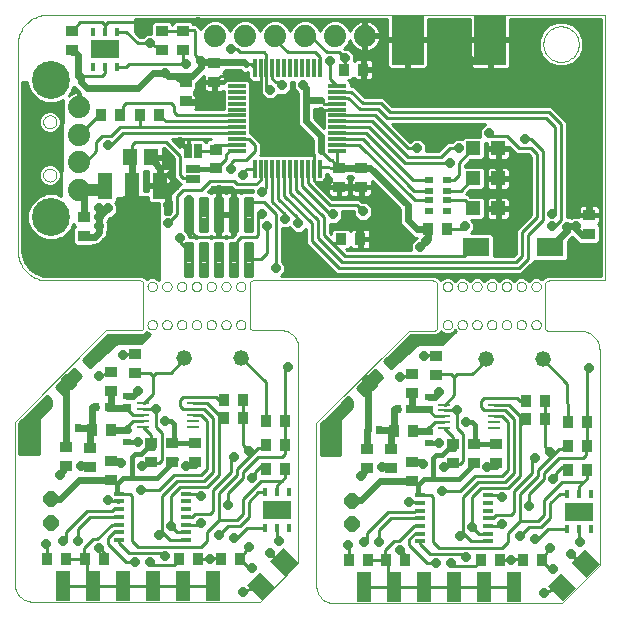
<source format=gtl>
G75*
%MOIN*%
%OFA0B0*%
%FSLAX24Y24*%
%IPPOS*%
%LPD*%
%AMOC8*
5,1,8,0,0,1.08239X$1,22.5*
%
%ADD10C,0.0000*%
%ADD11R,0.0354X0.0138*%
%ADD12R,0.0394X0.0098*%
%ADD13R,0.0394X0.0374*%
%ADD14C,0.0520*%
%ADD15OC8,0.0515*%
%ADD16R,0.0374X0.0394*%
%ADD17R,0.0630X0.0710*%
%ADD18R,0.0177X0.0315*%
%ADD19R,0.0945X0.0591*%
%ADD20R,0.0232X0.0283*%
%ADD21R,0.0283X0.0232*%
%ADD22R,0.0500X0.1000*%
%ADD23R,0.0591X0.0118*%
%ADD24R,0.0118X0.0591*%
%ADD25R,0.0500X0.0250*%
%ADD26R,0.0250X0.0500*%
%ADD27C,0.0740*%
%ADD28R,0.0472X0.0472*%
%ADD29R,0.0315X0.0236*%
%ADD30R,0.0315X0.0197*%
%ADD31C,0.0104*%
%ADD32C,0.1266*%
%ADD33R,0.0453X0.0571*%
%ADD34R,0.0480X0.0880*%
%ADD35R,0.1417X0.0866*%
%ADD36R,0.1050X0.1650*%
%ADD37R,0.0906X0.0630*%
%ADD38C,0.0100*%
%ADD39OC8,0.0310*%
%ADD40C,0.0240*%
%ADD41C,0.0160*%
%ADD42C,0.0090*%
%ADD43C,0.0120*%
%ADD44OC8,0.0531*%
%ADD45C,0.0400*%
D10*
X005948Y000850D02*
X005948Y006275D01*
X008998Y009325D01*
X010153Y009325D01*
X010168Y009326D01*
X010182Y009331D01*
X010196Y009338D01*
X010207Y009348D01*
X010217Y009359D01*
X010224Y009373D01*
X010229Y009387D01*
X010230Y009402D01*
X010229Y009402D02*
X010229Y010880D01*
X010228Y010897D01*
X010223Y010914D01*
X010216Y010929D01*
X010206Y010943D01*
X010194Y010955D01*
X010180Y010965D01*
X010165Y010972D01*
X010148Y010977D01*
X010131Y010978D01*
X007031Y010978D01*
X007031Y010979D02*
X006969Y010981D01*
X006908Y010987D01*
X006847Y010996D01*
X006786Y011010D01*
X006727Y011027D01*
X006669Y011048D01*
X006612Y011073D01*
X006557Y011101D01*
X006504Y011132D01*
X006453Y011167D01*
X006404Y011205D01*
X006357Y011246D01*
X006314Y011289D01*
X006273Y011336D01*
X006235Y011385D01*
X006200Y011436D01*
X006169Y011489D01*
X006141Y011544D01*
X006116Y011601D01*
X006095Y011659D01*
X006078Y011718D01*
X006064Y011779D01*
X006055Y011840D01*
X006049Y011901D01*
X006047Y011963D01*
X006046Y011963D02*
X006046Y018852D01*
X006047Y018852D02*
X006049Y018914D01*
X006055Y018975D01*
X006064Y019036D01*
X006078Y019097D01*
X006095Y019156D01*
X006116Y019214D01*
X006141Y019271D01*
X006169Y019326D01*
X006200Y019379D01*
X006235Y019430D01*
X006273Y019479D01*
X006314Y019526D01*
X006357Y019569D01*
X006404Y019610D01*
X006453Y019648D01*
X006504Y019683D01*
X006557Y019714D01*
X006612Y019742D01*
X006669Y019767D01*
X006727Y019788D01*
X006786Y019805D01*
X006847Y019819D01*
X006908Y019828D01*
X006969Y019834D01*
X007031Y019836D01*
X007031Y019837D02*
X025633Y019837D01*
X025633Y010978D01*
X023763Y010978D01*
X023763Y010979D02*
X023740Y010977D01*
X023717Y010972D01*
X023696Y010963D01*
X023676Y010951D01*
X023658Y010936D01*
X023643Y010918D01*
X023631Y010898D01*
X023622Y010877D01*
X023617Y010854D01*
X023615Y010831D01*
X023615Y009404D01*
X023616Y009404D02*
X023617Y009387D01*
X023622Y009370D01*
X023629Y009355D01*
X023639Y009341D01*
X023651Y009329D01*
X023665Y009319D01*
X023680Y009312D01*
X023697Y009307D01*
X023714Y009306D01*
X023714Y009305D02*
X024796Y009305D01*
X024844Y009303D01*
X024891Y009298D01*
X024938Y009289D01*
X024985Y009277D01*
X025030Y009261D01*
X025074Y009242D01*
X025116Y009219D01*
X025157Y009194D01*
X025195Y009165D01*
X025231Y009134D01*
X025265Y009100D01*
X025296Y009064D01*
X025325Y009026D01*
X025350Y008985D01*
X025373Y008943D01*
X025392Y008899D01*
X025408Y008854D01*
X025420Y008807D01*
X025429Y008760D01*
X025434Y008713D01*
X025436Y008665D01*
X025436Y001488D01*
X024173Y000225D01*
X016573Y000225D01*
X016528Y000227D01*
X016483Y000232D01*
X016439Y000241D01*
X016395Y000253D01*
X016353Y000269D01*
X016312Y000288D01*
X016273Y000310D01*
X016235Y000335D01*
X016200Y000363D01*
X016166Y000393D01*
X016136Y000427D01*
X016108Y000462D01*
X016083Y000500D01*
X016061Y000539D01*
X016042Y000580D01*
X016026Y000622D01*
X016014Y000666D01*
X016005Y000710D01*
X016000Y000755D01*
X015998Y000800D01*
X015998Y006225D01*
X019078Y009305D01*
X019924Y009305D01*
X019924Y009306D02*
X019941Y009307D01*
X019958Y009312D01*
X019973Y009319D01*
X019987Y009329D01*
X019999Y009341D01*
X020009Y009355D01*
X020016Y009370D01*
X020021Y009387D01*
X020022Y009404D01*
X020023Y009404D02*
X020023Y010831D01*
X020021Y010854D01*
X020016Y010877D01*
X020007Y010898D01*
X019995Y010918D01*
X019980Y010936D01*
X019962Y010951D01*
X019942Y010963D01*
X019921Y010972D01*
X019898Y010977D01*
X019875Y010979D01*
X019875Y010978D02*
X013871Y010978D01*
X013871Y010979D02*
X013854Y010977D01*
X013837Y010973D01*
X013821Y010966D01*
X013807Y010956D01*
X013794Y010943D01*
X013784Y010929D01*
X013777Y010913D01*
X013773Y010896D01*
X013771Y010879D01*
X013771Y009451D01*
X013773Y009431D01*
X013777Y009412D01*
X013785Y009394D01*
X013795Y009377D01*
X013808Y009362D01*
X013823Y009349D01*
X013840Y009339D01*
X013858Y009331D01*
X013877Y009327D01*
X013897Y009325D01*
X014798Y009325D01*
X014845Y009323D01*
X014892Y009318D01*
X014938Y009308D01*
X014983Y009296D01*
X015028Y009279D01*
X015070Y009260D01*
X015111Y009237D01*
X015151Y009210D01*
X015188Y009181D01*
X015222Y009149D01*
X015254Y009115D01*
X015283Y009078D01*
X015310Y009038D01*
X015333Y008997D01*
X015352Y008955D01*
X015369Y008910D01*
X015381Y008865D01*
X015391Y008819D01*
X015396Y008772D01*
X015398Y008725D01*
X015398Y001550D01*
X014123Y000275D01*
X006523Y000275D01*
X006478Y000277D01*
X006433Y000282D01*
X006389Y000291D01*
X006345Y000303D01*
X006303Y000319D01*
X006262Y000338D01*
X006223Y000360D01*
X006185Y000385D01*
X006150Y000413D01*
X006116Y000443D01*
X006086Y000477D01*
X006058Y000512D01*
X006033Y000550D01*
X006011Y000589D01*
X005992Y000630D01*
X005976Y000672D01*
X005964Y000716D01*
X005955Y000760D01*
X005950Y000805D01*
X005948Y000850D01*
X010368Y009502D02*
X010370Y009527D01*
X010376Y009551D01*
X010385Y009573D01*
X010398Y009594D01*
X010414Y009613D01*
X010433Y009629D01*
X010454Y009642D01*
X010476Y009651D01*
X010500Y009657D01*
X010525Y009659D01*
X010550Y009657D01*
X010574Y009651D01*
X010596Y009642D01*
X010617Y009629D01*
X010636Y009613D01*
X010652Y009594D01*
X010665Y009573D01*
X010674Y009551D01*
X010680Y009527D01*
X010682Y009502D01*
X010680Y009477D01*
X010674Y009453D01*
X010665Y009431D01*
X010652Y009410D01*
X010636Y009391D01*
X010617Y009375D01*
X010596Y009362D01*
X010574Y009353D01*
X010550Y009347D01*
X010525Y009345D01*
X010500Y009347D01*
X010476Y009353D01*
X010454Y009362D01*
X010433Y009375D01*
X010414Y009391D01*
X010398Y009410D01*
X010385Y009431D01*
X010376Y009453D01*
X010370Y009477D01*
X010368Y009502D01*
X010860Y009502D02*
X010862Y009527D01*
X010868Y009551D01*
X010877Y009573D01*
X010890Y009594D01*
X010906Y009613D01*
X010925Y009629D01*
X010946Y009642D01*
X010968Y009651D01*
X010992Y009657D01*
X011017Y009659D01*
X011042Y009657D01*
X011066Y009651D01*
X011088Y009642D01*
X011109Y009629D01*
X011128Y009613D01*
X011144Y009594D01*
X011157Y009573D01*
X011166Y009551D01*
X011172Y009527D01*
X011174Y009502D01*
X011172Y009477D01*
X011166Y009453D01*
X011157Y009431D01*
X011144Y009410D01*
X011128Y009391D01*
X011109Y009375D01*
X011088Y009362D01*
X011066Y009353D01*
X011042Y009347D01*
X011017Y009345D01*
X010992Y009347D01*
X010968Y009353D01*
X010946Y009362D01*
X010925Y009375D01*
X010906Y009391D01*
X010890Y009410D01*
X010877Y009431D01*
X010868Y009453D01*
X010862Y009477D01*
X010860Y009502D01*
X011352Y009502D02*
X011354Y009527D01*
X011360Y009551D01*
X011369Y009573D01*
X011382Y009594D01*
X011398Y009613D01*
X011417Y009629D01*
X011438Y009642D01*
X011460Y009651D01*
X011484Y009657D01*
X011509Y009659D01*
X011534Y009657D01*
X011558Y009651D01*
X011580Y009642D01*
X011601Y009629D01*
X011620Y009613D01*
X011636Y009594D01*
X011649Y009573D01*
X011658Y009551D01*
X011664Y009527D01*
X011666Y009502D01*
X011664Y009477D01*
X011658Y009453D01*
X011649Y009431D01*
X011636Y009410D01*
X011620Y009391D01*
X011601Y009375D01*
X011580Y009362D01*
X011558Y009353D01*
X011534Y009347D01*
X011509Y009345D01*
X011484Y009347D01*
X011460Y009353D01*
X011438Y009362D01*
X011417Y009375D01*
X011398Y009391D01*
X011382Y009410D01*
X011369Y009431D01*
X011360Y009453D01*
X011354Y009477D01*
X011352Y009502D01*
X011844Y009502D02*
X011846Y009527D01*
X011852Y009551D01*
X011861Y009573D01*
X011874Y009594D01*
X011890Y009613D01*
X011909Y009629D01*
X011930Y009642D01*
X011952Y009651D01*
X011976Y009657D01*
X012001Y009659D01*
X012026Y009657D01*
X012050Y009651D01*
X012072Y009642D01*
X012093Y009629D01*
X012112Y009613D01*
X012128Y009594D01*
X012141Y009573D01*
X012150Y009551D01*
X012156Y009527D01*
X012158Y009502D01*
X012156Y009477D01*
X012150Y009453D01*
X012141Y009431D01*
X012128Y009410D01*
X012112Y009391D01*
X012093Y009375D01*
X012072Y009362D01*
X012050Y009353D01*
X012026Y009347D01*
X012001Y009345D01*
X011976Y009347D01*
X011952Y009353D01*
X011930Y009362D01*
X011909Y009375D01*
X011890Y009391D01*
X011874Y009410D01*
X011861Y009431D01*
X011852Y009453D01*
X011846Y009477D01*
X011844Y009502D01*
X012336Y009502D02*
X012338Y009527D01*
X012344Y009551D01*
X012353Y009573D01*
X012366Y009594D01*
X012382Y009613D01*
X012401Y009629D01*
X012422Y009642D01*
X012444Y009651D01*
X012468Y009657D01*
X012493Y009659D01*
X012518Y009657D01*
X012542Y009651D01*
X012564Y009642D01*
X012585Y009629D01*
X012604Y009613D01*
X012620Y009594D01*
X012633Y009573D01*
X012642Y009551D01*
X012648Y009527D01*
X012650Y009502D01*
X012648Y009477D01*
X012642Y009453D01*
X012633Y009431D01*
X012620Y009410D01*
X012604Y009391D01*
X012585Y009375D01*
X012564Y009362D01*
X012542Y009353D01*
X012518Y009347D01*
X012493Y009345D01*
X012468Y009347D01*
X012444Y009353D01*
X012422Y009362D01*
X012401Y009375D01*
X012382Y009391D01*
X012366Y009410D01*
X012353Y009431D01*
X012344Y009453D01*
X012338Y009477D01*
X012336Y009502D01*
X012828Y009502D02*
X012830Y009527D01*
X012836Y009551D01*
X012845Y009573D01*
X012858Y009594D01*
X012874Y009613D01*
X012893Y009629D01*
X012914Y009642D01*
X012936Y009651D01*
X012960Y009657D01*
X012985Y009659D01*
X013010Y009657D01*
X013034Y009651D01*
X013056Y009642D01*
X013077Y009629D01*
X013096Y009613D01*
X013112Y009594D01*
X013125Y009573D01*
X013134Y009551D01*
X013140Y009527D01*
X013142Y009502D01*
X013140Y009477D01*
X013134Y009453D01*
X013125Y009431D01*
X013112Y009410D01*
X013096Y009391D01*
X013077Y009375D01*
X013056Y009362D01*
X013034Y009353D01*
X013010Y009347D01*
X012985Y009345D01*
X012960Y009347D01*
X012936Y009353D01*
X012914Y009362D01*
X012893Y009375D01*
X012874Y009391D01*
X012858Y009410D01*
X012845Y009431D01*
X012836Y009453D01*
X012830Y009477D01*
X012828Y009502D01*
X013320Y009502D02*
X013322Y009527D01*
X013328Y009551D01*
X013337Y009573D01*
X013350Y009594D01*
X013366Y009613D01*
X013385Y009629D01*
X013406Y009642D01*
X013428Y009651D01*
X013452Y009657D01*
X013477Y009659D01*
X013502Y009657D01*
X013526Y009651D01*
X013548Y009642D01*
X013569Y009629D01*
X013588Y009613D01*
X013604Y009594D01*
X013617Y009573D01*
X013626Y009551D01*
X013632Y009527D01*
X013634Y009502D01*
X013632Y009477D01*
X013626Y009453D01*
X013617Y009431D01*
X013604Y009410D01*
X013588Y009391D01*
X013569Y009375D01*
X013548Y009362D01*
X013526Y009353D01*
X013502Y009347D01*
X013477Y009345D01*
X013452Y009347D01*
X013428Y009353D01*
X013406Y009362D01*
X013385Y009375D01*
X013366Y009391D01*
X013350Y009410D01*
X013337Y009431D01*
X013328Y009453D01*
X013322Y009477D01*
X013320Y009502D01*
X013320Y010781D02*
X013322Y010806D01*
X013328Y010830D01*
X013337Y010852D01*
X013350Y010873D01*
X013366Y010892D01*
X013385Y010908D01*
X013406Y010921D01*
X013428Y010930D01*
X013452Y010936D01*
X013477Y010938D01*
X013502Y010936D01*
X013526Y010930D01*
X013548Y010921D01*
X013569Y010908D01*
X013588Y010892D01*
X013604Y010873D01*
X013617Y010852D01*
X013626Y010830D01*
X013632Y010806D01*
X013634Y010781D01*
X013632Y010756D01*
X013626Y010732D01*
X013617Y010710D01*
X013604Y010689D01*
X013588Y010670D01*
X013569Y010654D01*
X013548Y010641D01*
X013526Y010632D01*
X013502Y010626D01*
X013477Y010624D01*
X013452Y010626D01*
X013428Y010632D01*
X013406Y010641D01*
X013385Y010654D01*
X013366Y010670D01*
X013350Y010689D01*
X013337Y010710D01*
X013328Y010732D01*
X013322Y010756D01*
X013320Y010781D01*
X012828Y010781D02*
X012830Y010806D01*
X012836Y010830D01*
X012845Y010852D01*
X012858Y010873D01*
X012874Y010892D01*
X012893Y010908D01*
X012914Y010921D01*
X012936Y010930D01*
X012960Y010936D01*
X012985Y010938D01*
X013010Y010936D01*
X013034Y010930D01*
X013056Y010921D01*
X013077Y010908D01*
X013096Y010892D01*
X013112Y010873D01*
X013125Y010852D01*
X013134Y010830D01*
X013140Y010806D01*
X013142Y010781D01*
X013140Y010756D01*
X013134Y010732D01*
X013125Y010710D01*
X013112Y010689D01*
X013096Y010670D01*
X013077Y010654D01*
X013056Y010641D01*
X013034Y010632D01*
X013010Y010626D01*
X012985Y010624D01*
X012960Y010626D01*
X012936Y010632D01*
X012914Y010641D01*
X012893Y010654D01*
X012874Y010670D01*
X012858Y010689D01*
X012845Y010710D01*
X012836Y010732D01*
X012830Y010756D01*
X012828Y010781D01*
X012336Y010781D02*
X012338Y010806D01*
X012344Y010830D01*
X012353Y010852D01*
X012366Y010873D01*
X012382Y010892D01*
X012401Y010908D01*
X012422Y010921D01*
X012444Y010930D01*
X012468Y010936D01*
X012493Y010938D01*
X012518Y010936D01*
X012542Y010930D01*
X012564Y010921D01*
X012585Y010908D01*
X012604Y010892D01*
X012620Y010873D01*
X012633Y010852D01*
X012642Y010830D01*
X012648Y010806D01*
X012650Y010781D01*
X012648Y010756D01*
X012642Y010732D01*
X012633Y010710D01*
X012620Y010689D01*
X012604Y010670D01*
X012585Y010654D01*
X012564Y010641D01*
X012542Y010632D01*
X012518Y010626D01*
X012493Y010624D01*
X012468Y010626D01*
X012444Y010632D01*
X012422Y010641D01*
X012401Y010654D01*
X012382Y010670D01*
X012366Y010689D01*
X012353Y010710D01*
X012344Y010732D01*
X012338Y010756D01*
X012336Y010781D01*
X011844Y010781D02*
X011846Y010806D01*
X011852Y010830D01*
X011861Y010852D01*
X011874Y010873D01*
X011890Y010892D01*
X011909Y010908D01*
X011930Y010921D01*
X011952Y010930D01*
X011976Y010936D01*
X012001Y010938D01*
X012026Y010936D01*
X012050Y010930D01*
X012072Y010921D01*
X012093Y010908D01*
X012112Y010892D01*
X012128Y010873D01*
X012141Y010852D01*
X012150Y010830D01*
X012156Y010806D01*
X012158Y010781D01*
X012156Y010756D01*
X012150Y010732D01*
X012141Y010710D01*
X012128Y010689D01*
X012112Y010670D01*
X012093Y010654D01*
X012072Y010641D01*
X012050Y010632D01*
X012026Y010626D01*
X012001Y010624D01*
X011976Y010626D01*
X011952Y010632D01*
X011930Y010641D01*
X011909Y010654D01*
X011890Y010670D01*
X011874Y010689D01*
X011861Y010710D01*
X011852Y010732D01*
X011846Y010756D01*
X011844Y010781D01*
X011352Y010781D02*
X011354Y010806D01*
X011360Y010830D01*
X011369Y010852D01*
X011382Y010873D01*
X011398Y010892D01*
X011417Y010908D01*
X011438Y010921D01*
X011460Y010930D01*
X011484Y010936D01*
X011509Y010938D01*
X011534Y010936D01*
X011558Y010930D01*
X011580Y010921D01*
X011601Y010908D01*
X011620Y010892D01*
X011636Y010873D01*
X011649Y010852D01*
X011658Y010830D01*
X011664Y010806D01*
X011666Y010781D01*
X011664Y010756D01*
X011658Y010732D01*
X011649Y010710D01*
X011636Y010689D01*
X011620Y010670D01*
X011601Y010654D01*
X011580Y010641D01*
X011558Y010632D01*
X011534Y010626D01*
X011509Y010624D01*
X011484Y010626D01*
X011460Y010632D01*
X011438Y010641D01*
X011417Y010654D01*
X011398Y010670D01*
X011382Y010689D01*
X011369Y010710D01*
X011360Y010732D01*
X011354Y010756D01*
X011352Y010781D01*
X010860Y010781D02*
X010862Y010806D01*
X010868Y010830D01*
X010877Y010852D01*
X010890Y010873D01*
X010906Y010892D01*
X010925Y010908D01*
X010946Y010921D01*
X010968Y010930D01*
X010992Y010936D01*
X011017Y010938D01*
X011042Y010936D01*
X011066Y010930D01*
X011088Y010921D01*
X011109Y010908D01*
X011128Y010892D01*
X011144Y010873D01*
X011157Y010852D01*
X011166Y010830D01*
X011172Y010806D01*
X011174Y010781D01*
X011172Y010756D01*
X011166Y010732D01*
X011157Y010710D01*
X011144Y010689D01*
X011128Y010670D01*
X011109Y010654D01*
X011088Y010641D01*
X011066Y010632D01*
X011042Y010626D01*
X011017Y010624D01*
X010992Y010626D01*
X010968Y010632D01*
X010946Y010641D01*
X010925Y010654D01*
X010906Y010670D01*
X010890Y010689D01*
X010877Y010710D01*
X010868Y010732D01*
X010862Y010756D01*
X010860Y010781D01*
X010368Y010781D02*
X010370Y010806D01*
X010376Y010830D01*
X010385Y010852D01*
X010398Y010873D01*
X010414Y010892D01*
X010433Y010908D01*
X010454Y010921D01*
X010476Y010930D01*
X010500Y010936D01*
X010525Y010938D01*
X010550Y010936D01*
X010574Y010930D01*
X010596Y010921D01*
X010617Y010908D01*
X010636Y010892D01*
X010652Y010873D01*
X010665Y010852D01*
X010674Y010830D01*
X010680Y010806D01*
X010682Y010781D01*
X010680Y010756D01*
X010674Y010732D01*
X010665Y010710D01*
X010652Y010689D01*
X010636Y010670D01*
X010617Y010654D01*
X010596Y010641D01*
X010574Y010632D01*
X010550Y010626D01*
X010525Y010624D01*
X010500Y010626D01*
X010476Y010632D01*
X010454Y010641D01*
X010433Y010654D01*
X010414Y010670D01*
X010398Y010689D01*
X010385Y010710D01*
X010376Y010732D01*
X010370Y010756D01*
X010368Y010781D01*
X006892Y014494D02*
X006894Y014523D01*
X006900Y014551D01*
X006909Y014579D01*
X006922Y014605D01*
X006939Y014628D01*
X006958Y014650D01*
X006980Y014669D01*
X007005Y014684D01*
X007031Y014697D01*
X007059Y014705D01*
X007087Y014710D01*
X007116Y014711D01*
X007145Y014708D01*
X007173Y014701D01*
X007200Y014691D01*
X007226Y014677D01*
X007249Y014660D01*
X007270Y014640D01*
X007288Y014617D01*
X007303Y014592D01*
X007314Y014565D01*
X007322Y014537D01*
X007326Y014508D01*
X007326Y014480D01*
X007322Y014451D01*
X007314Y014423D01*
X007303Y014396D01*
X007288Y014371D01*
X007270Y014348D01*
X007249Y014328D01*
X007226Y014311D01*
X007200Y014297D01*
X007173Y014287D01*
X007145Y014280D01*
X007116Y014277D01*
X007087Y014278D01*
X007059Y014283D01*
X007031Y014291D01*
X007005Y014304D01*
X006980Y014319D01*
X006958Y014338D01*
X006939Y014360D01*
X006922Y014383D01*
X006909Y014409D01*
X006900Y014437D01*
X006894Y014465D01*
X006892Y014494D01*
X006892Y016266D02*
X006894Y016295D01*
X006900Y016323D01*
X006909Y016351D01*
X006922Y016377D01*
X006939Y016400D01*
X006958Y016422D01*
X006980Y016441D01*
X007005Y016456D01*
X007031Y016469D01*
X007059Y016477D01*
X007087Y016482D01*
X007116Y016483D01*
X007145Y016480D01*
X007173Y016473D01*
X007200Y016463D01*
X007226Y016449D01*
X007249Y016432D01*
X007270Y016412D01*
X007288Y016389D01*
X007303Y016364D01*
X007314Y016337D01*
X007322Y016309D01*
X007326Y016280D01*
X007326Y016252D01*
X007322Y016223D01*
X007314Y016195D01*
X007303Y016168D01*
X007288Y016143D01*
X007270Y016120D01*
X007249Y016100D01*
X007226Y016083D01*
X007200Y016069D01*
X007173Y016059D01*
X007145Y016052D01*
X007116Y016049D01*
X007087Y016050D01*
X007059Y016055D01*
X007031Y016063D01*
X007005Y016076D01*
X006980Y016091D01*
X006958Y016110D01*
X006939Y016132D01*
X006922Y016155D01*
X006909Y016181D01*
X006900Y016209D01*
X006894Y016237D01*
X006892Y016266D01*
X020210Y010781D02*
X020212Y010806D01*
X020218Y010830D01*
X020227Y010852D01*
X020240Y010873D01*
X020256Y010892D01*
X020275Y010908D01*
X020296Y010921D01*
X020318Y010930D01*
X020342Y010936D01*
X020367Y010938D01*
X020392Y010936D01*
X020416Y010930D01*
X020438Y010921D01*
X020459Y010908D01*
X020478Y010892D01*
X020494Y010873D01*
X020507Y010852D01*
X020516Y010830D01*
X020522Y010806D01*
X020524Y010781D01*
X020522Y010756D01*
X020516Y010732D01*
X020507Y010710D01*
X020494Y010689D01*
X020478Y010670D01*
X020459Y010654D01*
X020438Y010641D01*
X020416Y010632D01*
X020392Y010626D01*
X020367Y010624D01*
X020342Y010626D01*
X020318Y010632D01*
X020296Y010641D01*
X020275Y010654D01*
X020256Y010670D01*
X020240Y010689D01*
X020227Y010710D01*
X020218Y010732D01*
X020212Y010756D01*
X020210Y010781D01*
X020702Y010781D02*
X020704Y010806D01*
X020710Y010830D01*
X020719Y010852D01*
X020732Y010873D01*
X020748Y010892D01*
X020767Y010908D01*
X020788Y010921D01*
X020810Y010930D01*
X020834Y010936D01*
X020859Y010938D01*
X020884Y010936D01*
X020908Y010930D01*
X020930Y010921D01*
X020951Y010908D01*
X020970Y010892D01*
X020986Y010873D01*
X020999Y010852D01*
X021008Y010830D01*
X021014Y010806D01*
X021016Y010781D01*
X021014Y010756D01*
X021008Y010732D01*
X020999Y010710D01*
X020986Y010689D01*
X020970Y010670D01*
X020951Y010654D01*
X020930Y010641D01*
X020908Y010632D01*
X020884Y010626D01*
X020859Y010624D01*
X020834Y010626D01*
X020810Y010632D01*
X020788Y010641D01*
X020767Y010654D01*
X020748Y010670D01*
X020732Y010689D01*
X020719Y010710D01*
X020710Y010732D01*
X020704Y010756D01*
X020702Y010781D01*
X021194Y010781D02*
X021196Y010806D01*
X021202Y010830D01*
X021211Y010852D01*
X021224Y010873D01*
X021240Y010892D01*
X021259Y010908D01*
X021280Y010921D01*
X021302Y010930D01*
X021326Y010936D01*
X021351Y010938D01*
X021376Y010936D01*
X021400Y010930D01*
X021422Y010921D01*
X021443Y010908D01*
X021462Y010892D01*
X021478Y010873D01*
X021491Y010852D01*
X021500Y010830D01*
X021506Y010806D01*
X021508Y010781D01*
X021506Y010756D01*
X021500Y010732D01*
X021491Y010710D01*
X021478Y010689D01*
X021462Y010670D01*
X021443Y010654D01*
X021422Y010641D01*
X021400Y010632D01*
X021376Y010626D01*
X021351Y010624D01*
X021326Y010626D01*
X021302Y010632D01*
X021280Y010641D01*
X021259Y010654D01*
X021240Y010670D01*
X021224Y010689D01*
X021211Y010710D01*
X021202Y010732D01*
X021196Y010756D01*
X021194Y010781D01*
X021687Y010781D02*
X021689Y010806D01*
X021695Y010830D01*
X021704Y010852D01*
X021717Y010873D01*
X021733Y010892D01*
X021752Y010908D01*
X021773Y010921D01*
X021795Y010930D01*
X021819Y010936D01*
X021844Y010938D01*
X021869Y010936D01*
X021893Y010930D01*
X021915Y010921D01*
X021936Y010908D01*
X021955Y010892D01*
X021971Y010873D01*
X021984Y010852D01*
X021993Y010830D01*
X021999Y010806D01*
X022001Y010781D01*
X021999Y010756D01*
X021993Y010732D01*
X021984Y010710D01*
X021971Y010689D01*
X021955Y010670D01*
X021936Y010654D01*
X021915Y010641D01*
X021893Y010632D01*
X021869Y010626D01*
X021844Y010624D01*
X021819Y010626D01*
X021795Y010632D01*
X021773Y010641D01*
X021752Y010654D01*
X021733Y010670D01*
X021717Y010689D01*
X021704Y010710D01*
X021695Y010732D01*
X021689Y010756D01*
X021687Y010781D01*
X022179Y010781D02*
X022181Y010806D01*
X022187Y010830D01*
X022196Y010852D01*
X022209Y010873D01*
X022225Y010892D01*
X022244Y010908D01*
X022265Y010921D01*
X022287Y010930D01*
X022311Y010936D01*
X022336Y010938D01*
X022361Y010936D01*
X022385Y010930D01*
X022407Y010921D01*
X022428Y010908D01*
X022447Y010892D01*
X022463Y010873D01*
X022476Y010852D01*
X022485Y010830D01*
X022491Y010806D01*
X022493Y010781D01*
X022491Y010756D01*
X022485Y010732D01*
X022476Y010710D01*
X022463Y010689D01*
X022447Y010670D01*
X022428Y010654D01*
X022407Y010641D01*
X022385Y010632D01*
X022361Y010626D01*
X022336Y010624D01*
X022311Y010626D01*
X022287Y010632D01*
X022265Y010641D01*
X022244Y010654D01*
X022225Y010670D01*
X022209Y010689D01*
X022196Y010710D01*
X022187Y010732D01*
X022181Y010756D01*
X022179Y010781D01*
X022671Y010781D02*
X022673Y010806D01*
X022679Y010830D01*
X022688Y010852D01*
X022701Y010873D01*
X022717Y010892D01*
X022736Y010908D01*
X022757Y010921D01*
X022779Y010930D01*
X022803Y010936D01*
X022828Y010938D01*
X022853Y010936D01*
X022877Y010930D01*
X022899Y010921D01*
X022920Y010908D01*
X022939Y010892D01*
X022955Y010873D01*
X022968Y010852D01*
X022977Y010830D01*
X022983Y010806D01*
X022985Y010781D01*
X022983Y010756D01*
X022977Y010732D01*
X022968Y010710D01*
X022955Y010689D01*
X022939Y010670D01*
X022920Y010654D01*
X022899Y010641D01*
X022877Y010632D01*
X022853Y010626D01*
X022828Y010624D01*
X022803Y010626D01*
X022779Y010632D01*
X022757Y010641D01*
X022736Y010654D01*
X022717Y010670D01*
X022701Y010689D01*
X022688Y010710D01*
X022679Y010732D01*
X022673Y010756D01*
X022671Y010781D01*
X023163Y010781D02*
X023165Y010806D01*
X023171Y010830D01*
X023180Y010852D01*
X023193Y010873D01*
X023209Y010892D01*
X023228Y010908D01*
X023249Y010921D01*
X023271Y010930D01*
X023295Y010936D01*
X023320Y010938D01*
X023345Y010936D01*
X023369Y010930D01*
X023391Y010921D01*
X023412Y010908D01*
X023431Y010892D01*
X023447Y010873D01*
X023460Y010852D01*
X023469Y010830D01*
X023475Y010806D01*
X023477Y010781D01*
X023475Y010756D01*
X023469Y010732D01*
X023460Y010710D01*
X023447Y010689D01*
X023431Y010670D01*
X023412Y010654D01*
X023391Y010641D01*
X023369Y010632D01*
X023345Y010626D01*
X023320Y010624D01*
X023295Y010626D01*
X023271Y010632D01*
X023249Y010641D01*
X023228Y010654D01*
X023209Y010670D01*
X023193Y010689D01*
X023180Y010710D01*
X023171Y010732D01*
X023165Y010756D01*
X023163Y010781D01*
X023163Y009502D02*
X023165Y009527D01*
X023171Y009551D01*
X023180Y009573D01*
X023193Y009594D01*
X023209Y009613D01*
X023228Y009629D01*
X023249Y009642D01*
X023271Y009651D01*
X023295Y009657D01*
X023320Y009659D01*
X023345Y009657D01*
X023369Y009651D01*
X023391Y009642D01*
X023412Y009629D01*
X023431Y009613D01*
X023447Y009594D01*
X023460Y009573D01*
X023469Y009551D01*
X023475Y009527D01*
X023477Y009502D01*
X023475Y009477D01*
X023469Y009453D01*
X023460Y009431D01*
X023447Y009410D01*
X023431Y009391D01*
X023412Y009375D01*
X023391Y009362D01*
X023369Y009353D01*
X023345Y009347D01*
X023320Y009345D01*
X023295Y009347D01*
X023271Y009353D01*
X023249Y009362D01*
X023228Y009375D01*
X023209Y009391D01*
X023193Y009410D01*
X023180Y009431D01*
X023171Y009453D01*
X023165Y009477D01*
X023163Y009502D01*
X022671Y009502D02*
X022673Y009527D01*
X022679Y009551D01*
X022688Y009573D01*
X022701Y009594D01*
X022717Y009613D01*
X022736Y009629D01*
X022757Y009642D01*
X022779Y009651D01*
X022803Y009657D01*
X022828Y009659D01*
X022853Y009657D01*
X022877Y009651D01*
X022899Y009642D01*
X022920Y009629D01*
X022939Y009613D01*
X022955Y009594D01*
X022968Y009573D01*
X022977Y009551D01*
X022983Y009527D01*
X022985Y009502D01*
X022983Y009477D01*
X022977Y009453D01*
X022968Y009431D01*
X022955Y009410D01*
X022939Y009391D01*
X022920Y009375D01*
X022899Y009362D01*
X022877Y009353D01*
X022853Y009347D01*
X022828Y009345D01*
X022803Y009347D01*
X022779Y009353D01*
X022757Y009362D01*
X022736Y009375D01*
X022717Y009391D01*
X022701Y009410D01*
X022688Y009431D01*
X022679Y009453D01*
X022673Y009477D01*
X022671Y009502D01*
X022179Y009502D02*
X022181Y009527D01*
X022187Y009551D01*
X022196Y009573D01*
X022209Y009594D01*
X022225Y009613D01*
X022244Y009629D01*
X022265Y009642D01*
X022287Y009651D01*
X022311Y009657D01*
X022336Y009659D01*
X022361Y009657D01*
X022385Y009651D01*
X022407Y009642D01*
X022428Y009629D01*
X022447Y009613D01*
X022463Y009594D01*
X022476Y009573D01*
X022485Y009551D01*
X022491Y009527D01*
X022493Y009502D01*
X022491Y009477D01*
X022485Y009453D01*
X022476Y009431D01*
X022463Y009410D01*
X022447Y009391D01*
X022428Y009375D01*
X022407Y009362D01*
X022385Y009353D01*
X022361Y009347D01*
X022336Y009345D01*
X022311Y009347D01*
X022287Y009353D01*
X022265Y009362D01*
X022244Y009375D01*
X022225Y009391D01*
X022209Y009410D01*
X022196Y009431D01*
X022187Y009453D01*
X022181Y009477D01*
X022179Y009502D01*
X021687Y009502D02*
X021689Y009527D01*
X021695Y009551D01*
X021704Y009573D01*
X021717Y009594D01*
X021733Y009613D01*
X021752Y009629D01*
X021773Y009642D01*
X021795Y009651D01*
X021819Y009657D01*
X021844Y009659D01*
X021869Y009657D01*
X021893Y009651D01*
X021915Y009642D01*
X021936Y009629D01*
X021955Y009613D01*
X021971Y009594D01*
X021984Y009573D01*
X021993Y009551D01*
X021999Y009527D01*
X022001Y009502D01*
X021999Y009477D01*
X021993Y009453D01*
X021984Y009431D01*
X021971Y009410D01*
X021955Y009391D01*
X021936Y009375D01*
X021915Y009362D01*
X021893Y009353D01*
X021869Y009347D01*
X021844Y009345D01*
X021819Y009347D01*
X021795Y009353D01*
X021773Y009362D01*
X021752Y009375D01*
X021733Y009391D01*
X021717Y009410D01*
X021704Y009431D01*
X021695Y009453D01*
X021689Y009477D01*
X021687Y009502D01*
X021194Y009502D02*
X021196Y009527D01*
X021202Y009551D01*
X021211Y009573D01*
X021224Y009594D01*
X021240Y009613D01*
X021259Y009629D01*
X021280Y009642D01*
X021302Y009651D01*
X021326Y009657D01*
X021351Y009659D01*
X021376Y009657D01*
X021400Y009651D01*
X021422Y009642D01*
X021443Y009629D01*
X021462Y009613D01*
X021478Y009594D01*
X021491Y009573D01*
X021500Y009551D01*
X021506Y009527D01*
X021508Y009502D01*
X021506Y009477D01*
X021500Y009453D01*
X021491Y009431D01*
X021478Y009410D01*
X021462Y009391D01*
X021443Y009375D01*
X021422Y009362D01*
X021400Y009353D01*
X021376Y009347D01*
X021351Y009345D01*
X021326Y009347D01*
X021302Y009353D01*
X021280Y009362D01*
X021259Y009375D01*
X021240Y009391D01*
X021224Y009410D01*
X021211Y009431D01*
X021202Y009453D01*
X021196Y009477D01*
X021194Y009502D01*
X020702Y009502D02*
X020704Y009527D01*
X020710Y009551D01*
X020719Y009573D01*
X020732Y009594D01*
X020748Y009613D01*
X020767Y009629D01*
X020788Y009642D01*
X020810Y009651D01*
X020834Y009657D01*
X020859Y009659D01*
X020884Y009657D01*
X020908Y009651D01*
X020930Y009642D01*
X020951Y009629D01*
X020970Y009613D01*
X020986Y009594D01*
X020999Y009573D01*
X021008Y009551D01*
X021014Y009527D01*
X021016Y009502D01*
X021014Y009477D01*
X021008Y009453D01*
X020999Y009431D01*
X020986Y009410D01*
X020970Y009391D01*
X020951Y009375D01*
X020930Y009362D01*
X020908Y009353D01*
X020884Y009347D01*
X020859Y009345D01*
X020834Y009347D01*
X020810Y009353D01*
X020788Y009362D01*
X020767Y009375D01*
X020748Y009391D01*
X020732Y009410D01*
X020719Y009431D01*
X020710Y009453D01*
X020704Y009477D01*
X020702Y009502D01*
X020210Y009502D02*
X020212Y009527D01*
X020218Y009551D01*
X020227Y009573D01*
X020240Y009594D01*
X020256Y009613D01*
X020275Y009629D01*
X020296Y009642D01*
X020318Y009651D01*
X020342Y009657D01*
X020367Y009659D01*
X020392Y009657D01*
X020416Y009651D01*
X020438Y009642D01*
X020459Y009629D01*
X020478Y009613D01*
X020494Y009594D01*
X020507Y009573D01*
X020516Y009551D01*
X020522Y009527D01*
X020524Y009502D01*
X020522Y009477D01*
X020516Y009453D01*
X020507Y009431D01*
X020494Y009410D01*
X020478Y009391D01*
X020459Y009375D01*
X020438Y009362D01*
X020416Y009353D01*
X020392Y009347D01*
X020367Y009345D01*
X020342Y009347D01*
X020318Y009353D01*
X020296Y009362D01*
X020275Y009375D01*
X020256Y009391D01*
X020240Y009410D01*
X020227Y009431D01*
X020218Y009453D01*
X020212Y009477D01*
X020210Y009502D01*
X023562Y018857D02*
X023564Y018905D01*
X023570Y018953D01*
X023580Y019000D01*
X023593Y019046D01*
X023611Y019091D01*
X023631Y019135D01*
X023656Y019177D01*
X023684Y019216D01*
X023714Y019253D01*
X023748Y019287D01*
X023785Y019319D01*
X023823Y019348D01*
X023864Y019373D01*
X023907Y019395D01*
X023952Y019413D01*
X023998Y019427D01*
X024045Y019438D01*
X024093Y019445D01*
X024141Y019448D01*
X024189Y019447D01*
X024237Y019442D01*
X024285Y019433D01*
X024331Y019421D01*
X024376Y019404D01*
X024420Y019384D01*
X024462Y019361D01*
X024502Y019334D01*
X024540Y019304D01*
X024575Y019271D01*
X024607Y019235D01*
X024637Y019197D01*
X024663Y019156D01*
X024685Y019113D01*
X024705Y019069D01*
X024720Y019024D01*
X024732Y018977D01*
X024740Y018929D01*
X024744Y018881D01*
X024744Y018833D01*
X024740Y018785D01*
X024732Y018737D01*
X024720Y018690D01*
X024705Y018645D01*
X024685Y018601D01*
X024663Y018558D01*
X024637Y018517D01*
X024607Y018479D01*
X024575Y018443D01*
X024540Y018410D01*
X024502Y018380D01*
X024462Y018353D01*
X024420Y018330D01*
X024376Y018310D01*
X024331Y018293D01*
X024285Y018281D01*
X024237Y018272D01*
X024189Y018267D01*
X024141Y018266D01*
X024093Y018269D01*
X024045Y018276D01*
X023998Y018287D01*
X023952Y018301D01*
X023907Y018319D01*
X023864Y018341D01*
X023823Y018366D01*
X023785Y018395D01*
X023748Y018427D01*
X023714Y018461D01*
X023684Y018498D01*
X023656Y018537D01*
X023631Y018579D01*
X023611Y018623D01*
X023593Y018668D01*
X023580Y018714D01*
X023570Y018761D01*
X023564Y018809D01*
X023562Y018857D01*
D11*
X021710Y003818D03*
X021710Y003562D03*
X021710Y003306D03*
X021710Y003050D03*
X021710Y002794D03*
X021710Y002538D03*
X021710Y002282D03*
X019466Y002282D03*
X019466Y002538D03*
X019466Y002794D03*
X019466Y003050D03*
X019466Y003306D03*
X019466Y003562D03*
X019466Y003818D03*
X011660Y003868D03*
X011660Y003612D03*
X011660Y003356D03*
X011660Y003100D03*
X011660Y002844D03*
X011660Y002588D03*
X011660Y002332D03*
X009416Y002332D03*
X009416Y002588D03*
X009416Y002844D03*
X009416Y003100D03*
X009416Y003356D03*
X009416Y003612D03*
X009416Y003868D03*
D12*
X010216Y006106D03*
X010216Y006303D03*
X010216Y006500D03*
X010216Y006697D03*
X010216Y006894D03*
X011880Y006894D03*
X011880Y006697D03*
X011880Y006500D03*
X011880Y006303D03*
X011880Y006106D03*
X020266Y006056D03*
X020266Y006253D03*
X020266Y006450D03*
X020266Y006647D03*
X020266Y006844D03*
X021930Y006844D03*
X021930Y006647D03*
X021930Y006450D03*
X021930Y006253D03*
X021930Y006056D03*
D13*
X021998Y005515D03*
X021248Y005515D03*
X021248Y004885D03*
X021998Y004885D03*
X020548Y004885D03*
X020548Y005515D03*
X019198Y004915D03*
X019198Y004285D03*
X018498Y004725D03*
X018498Y005355D03*
X017698Y005365D03*
X017698Y004735D03*
X019198Y007235D03*
X019198Y007865D03*
X019999Y007835D03*
X019999Y008465D03*
X025090Y012532D03*
X025090Y013162D03*
X017498Y014090D03*
X016748Y014090D03*
X016748Y014720D03*
X017498Y014720D03*
X012654Y014714D03*
X012654Y015344D03*
X011648Y016965D03*
X011648Y017595D03*
X012598Y017590D03*
X012598Y018220D03*
X011548Y018665D03*
X011548Y019295D03*
X010848Y019295D03*
X010848Y018665D03*
X007848Y018665D03*
X007848Y019295D03*
X008248Y013095D03*
X008248Y012465D03*
X009949Y008515D03*
X009949Y007885D03*
X009148Y007915D03*
X009148Y007285D03*
X010498Y005565D03*
X010498Y004935D03*
X011198Y004935D03*
X011948Y004935D03*
X011948Y005565D03*
X011198Y005565D03*
X009148Y004965D03*
X009148Y004335D03*
X008448Y004775D03*
X008448Y005405D03*
X007648Y005415D03*
X007648Y004785D03*
D14*
X011599Y008398D03*
X013499Y008398D03*
X021649Y008348D03*
X023549Y008348D03*
D15*
X017198Y003644D03*
X017198Y002856D03*
X007148Y002906D03*
X007148Y003694D03*
D16*
X007034Y001700D03*
X007664Y001700D03*
X008283Y001700D03*
X008913Y001700D03*
X011433Y001700D03*
X012063Y001700D03*
X012833Y001700D03*
X013463Y001700D03*
X014333Y004700D03*
X014963Y004700D03*
X014963Y005500D03*
X014333Y005500D03*
X014333Y006300D03*
X014963Y006300D03*
X013563Y006398D03*
X013563Y007000D03*
X012933Y007000D03*
X012933Y006398D03*
X009163Y006000D03*
X008533Y006000D03*
X016833Y012361D03*
X017463Y012361D03*
X019733Y012680D03*
X020363Y012680D03*
X017563Y018011D03*
X016933Y018011D03*
X010763Y016480D03*
X010133Y016480D03*
X009463Y016480D03*
X008833Y016480D03*
X018583Y005950D03*
X019213Y005950D03*
X022983Y006348D03*
X023613Y006348D03*
X023613Y006950D03*
X022983Y006950D03*
X024383Y006250D03*
X025013Y006250D03*
X025013Y005450D03*
X024383Y005450D03*
X024383Y004650D03*
X025013Y004650D03*
X023513Y001650D03*
X022883Y001650D03*
X022113Y001650D03*
X021483Y001650D03*
X018963Y001650D03*
X018333Y001650D03*
X017714Y001650D03*
X017084Y001650D03*
D17*
G36*
X014463Y001624D02*
X014908Y002069D01*
X015409Y001568D01*
X014964Y001123D01*
X014463Y001624D01*
G37*
G36*
X013671Y000832D02*
X014116Y001277D01*
X014617Y000776D01*
X014172Y000331D01*
X013671Y000832D01*
G37*
G36*
X023721Y000782D02*
X024166Y001227D01*
X024667Y000726D01*
X024222Y000281D01*
X023721Y000782D01*
G37*
G36*
X024513Y001574D02*
X024958Y002019D01*
X025459Y001518D01*
X025014Y001073D01*
X024513Y001574D01*
G37*
D18*
X024352Y002681D03*
X024746Y002681D03*
X025140Y002681D03*
X025140Y003862D03*
X024746Y003862D03*
X024352Y003862D03*
X015090Y003912D03*
X014696Y003912D03*
X014302Y003912D03*
X014302Y002731D03*
X014696Y002731D03*
X015090Y002731D03*
X009342Y018089D03*
X008948Y018089D03*
X008554Y018089D03*
X008554Y019270D03*
X008948Y019270D03*
X009342Y019270D03*
D19*
X008948Y018680D03*
X014696Y003321D03*
X024746Y003271D03*
D20*
X019087Y006700D03*
X018709Y006700D03*
X018087Y006000D03*
X017709Y006000D03*
X009037Y006750D03*
X008659Y006750D03*
X008037Y006050D03*
X007659Y006050D03*
D21*
X009698Y005989D03*
X009698Y005611D03*
X009698Y006761D03*
X009698Y007139D03*
X019748Y007089D03*
X019748Y006711D03*
X019748Y005939D03*
X019748Y005561D03*
D22*
X019598Y000750D03*
X020598Y000750D03*
X021598Y000750D03*
X022598Y000750D03*
X018598Y000750D03*
X017598Y000750D03*
X012548Y000800D03*
X011548Y000800D03*
X010548Y000800D03*
X009548Y000800D03*
X008548Y000800D03*
X007548Y000800D03*
D23*
X013349Y015297D03*
X013349Y015494D03*
X013349Y015691D03*
X013349Y015888D03*
X013349Y016085D03*
X013349Y016281D03*
X013349Y016478D03*
X013349Y016675D03*
X013349Y016872D03*
X013349Y017069D03*
X013349Y017266D03*
X013349Y017463D03*
X016696Y017463D03*
X016696Y017266D03*
X016696Y017069D03*
X016696Y016872D03*
X016696Y016675D03*
X016696Y016478D03*
X016696Y016281D03*
X016696Y016085D03*
X016696Y015888D03*
X016696Y015691D03*
X016696Y015494D03*
X016696Y015297D03*
D24*
X016105Y014707D03*
X015909Y014707D03*
X015712Y014707D03*
X015515Y014707D03*
X015318Y014707D03*
X015121Y014707D03*
X014924Y014707D03*
X014727Y014707D03*
X014531Y014707D03*
X014334Y014707D03*
X014137Y014707D03*
X013940Y014707D03*
X013940Y018053D03*
X014137Y018053D03*
X014334Y018053D03*
X014531Y018053D03*
X014727Y018053D03*
X014924Y018053D03*
X015121Y018053D03*
X015318Y018053D03*
X015515Y018053D03*
X015712Y018053D03*
X015909Y018053D03*
X016105Y018053D03*
D25*
X011892Y014679D03*
X011892Y014355D03*
D26*
X012047Y015286D03*
X011723Y015286D03*
D27*
X008093Y014936D03*
X008093Y015824D03*
X008093Y016758D03*
X008093Y014002D03*
X012616Y019130D03*
X013616Y019130D03*
X014616Y019130D03*
X015616Y019130D03*
X016616Y019130D03*
X017616Y019130D03*
D28*
X021234Y015380D03*
X022061Y015380D03*
X022061Y014380D03*
X021234Y014380D03*
X021234Y013380D03*
X022061Y013380D03*
D29*
X020343Y013309D03*
X019753Y013309D03*
X019753Y014313D03*
X020343Y014313D03*
D30*
X020343Y013969D03*
X020343Y013654D03*
X019753Y013654D03*
X019753Y013969D03*
D31*
X013607Y013728D02*
X013607Y012632D01*
X013607Y013728D02*
X013863Y013728D01*
X013863Y012632D01*
X013607Y012632D01*
X013607Y012735D02*
X013863Y012735D01*
X013863Y012838D02*
X013607Y012838D01*
X013607Y012941D02*
X013863Y012941D01*
X013863Y013044D02*
X013607Y013044D01*
X013607Y013147D02*
X013863Y013147D01*
X013863Y013250D02*
X013607Y013250D01*
X013607Y013353D02*
X013863Y013353D01*
X013863Y013456D02*
X013607Y013456D01*
X013607Y013559D02*
X013863Y013559D01*
X013863Y013662D02*
X013607Y013662D01*
X013107Y013728D02*
X013107Y012632D01*
X013107Y013728D02*
X013363Y013728D01*
X013363Y012632D01*
X013107Y012632D01*
X013107Y012735D02*
X013363Y012735D01*
X013363Y012838D02*
X013107Y012838D01*
X013107Y012941D02*
X013363Y012941D01*
X013363Y013044D02*
X013107Y013044D01*
X013107Y013147D02*
X013363Y013147D01*
X013363Y013250D02*
X013107Y013250D01*
X013107Y013353D02*
X013363Y013353D01*
X013363Y013456D02*
X013107Y013456D01*
X013107Y013559D02*
X013363Y013559D01*
X013363Y013662D02*
X013107Y013662D01*
X012607Y013728D02*
X012607Y012632D01*
X012607Y013728D02*
X012863Y013728D01*
X012863Y012632D01*
X012607Y012632D01*
X012607Y012735D02*
X012863Y012735D01*
X012863Y012838D02*
X012607Y012838D01*
X012607Y012941D02*
X012863Y012941D01*
X012863Y013044D02*
X012607Y013044D01*
X012607Y013147D02*
X012863Y013147D01*
X012863Y013250D02*
X012607Y013250D01*
X012607Y013353D02*
X012863Y013353D01*
X012863Y013456D02*
X012607Y013456D01*
X012607Y013559D02*
X012863Y013559D01*
X012863Y013662D02*
X012607Y013662D01*
X012107Y013728D02*
X012107Y012632D01*
X012107Y013728D02*
X012363Y013728D01*
X012363Y012632D01*
X012107Y012632D01*
X012107Y012735D02*
X012363Y012735D01*
X012363Y012838D02*
X012107Y012838D01*
X012107Y012941D02*
X012363Y012941D01*
X012363Y013044D02*
X012107Y013044D01*
X012107Y013147D02*
X012363Y013147D01*
X012363Y013250D02*
X012107Y013250D01*
X012107Y013353D02*
X012363Y013353D01*
X012363Y013456D02*
X012107Y013456D01*
X012107Y013559D02*
X012363Y013559D01*
X012363Y013662D02*
X012107Y013662D01*
X011607Y013728D02*
X011607Y012632D01*
X011607Y013728D02*
X011863Y013728D01*
X011863Y012632D01*
X011607Y012632D01*
X011607Y012735D02*
X011863Y012735D01*
X011863Y012838D02*
X011607Y012838D01*
X011607Y012941D02*
X011863Y012941D01*
X011863Y013044D02*
X011607Y013044D01*
X011607Y013147D02*
X011863Y013147D01*
X011863Y013250D02*
X011607Y013250D01*
X011607Y013353D02*
X011863Y013353D01*
X011863Y013456D02*
X011607Y013456D01*
X011607Y013559D02*
X011863Y013559D01*
X011863Y013662D02*
X011607Y013662D01*
X011607Y012228D02*
X011607Y011132D01*
X011607Y012228D02*
X011863Y012228D01*
X011863Y011132D01*
X011607Y011132D01*
X011607Y011235D02*
X011863Y011235D01*
X011863Y011338D02*
X011607Y011338D01*
X011607Y011441D02*
X011863Y011441D01*
X011863Y011544D02*
X011607Y011544D01*
X011607Y011647D02*
X011863Y011647D01*
X011863Y011750D02*
X011607Y011750D01*
X011607Y011853D02*
X011863Y011853D01*
X011863Y011956D02*
X011607Y011956D01*
X011607Y012059D02*
X011863Y012059D01*
X011863Y012162D02*
X011607Y012162D01*
X012107Y012228D02*
X012107Y011132D01*
X012107Y012228D02*
X012363Y012228D01*
X012363Y011132D01*
X012107Y011132D01*
X012107Y011235D02*
X012363Y011235D01*
X012363Y011338D02*
X012107Y011338D01*
X012107Y011441D02*
X012363Y011441D01*
X012363Y011544D02*
X012107Y011544D01*
X012107Y011647D02*
X012363Y011647D01*
X012363Y011750D02*
X012107Y011750D01*
X012107Y011853D02*
X012363Y011853D01*
X012363Y011956D02*
X012107Y011956D01*
X012107Y012059D02*
X012363Y012059D01*
X012363Y012162D02*
X012107Y012162D01*
X012607Y012228D02*
X012607Y011132D01*
X012607Y012228D02*
X012863Y012228D01*
X012863Y011132D01*
X012607Y011132D01*
X012607Y011235D02*
X012863Y011235D01*
X012863Y011338D02*
X012607Y011338D01*
X012607Y011441D02*
X012863Y011441D01*
X012863Y011544D02*
X012607Y011544D01*
X012607Y011647D02*
X012863Y011647D01*
X012863Y011750D02*
X012607Y011750D01*
X012607Y011853D02*
X012863Y011853D01*
X012863Y011956D02*
X012607Y011956D01*
X012607Y012059D02*
X012863Y012059D01*
X012863Y012162D02*
X012607Y012162D01*
X013107Y012228D02*
X013107Y011132D01*
X013107Y012228D02*
X013363Y012228D01*
X013363Y011132D01*
X013107Y011132D01*
X013107Y011235D02*
X013363Y011235D01*
X013363Y011338D02*
X013107Y011338D01*
X013107Y011441D02*
X013363Y011441D01*
X013363Y011544D02*
X013107Y011544D01*
X013107Y011647D02*
X013363Y011647D01*
X013363Y011750D02*
X013107Y011750D01*
X013107Y011853D02*
X013363Y011853D01*
X013363Y011956D02*
X013107Y011956D01*
X013107Y012059D02*
X013363Y012059D01*
X013363Y012162D02*
X013107Y012162D01*
X013607Y012228D02*
X013607Y011132D01*
X013607Y012228D02*
X013863Y012228D01*
X013863Y011132D01*
X013607Y011132D01*
X013607Y011235D02*
X013863Y011235D01*
X013863Y011338D02*
X013607Y011338D01*
X013607Y011441D02*
X013863Y011441D01*
X013863Y011544D02*
X013607Y011544D01*
X013607Y011647D02*
X013863Y011647D01*
X013863Y011750D02*
X013607Y011750D01*
X013607Y011853D02*
X013863Y011853D01*
X013863Y011956D02*
X013607Y011956D01*
X013607Y012059D02*
X013863Y012059D01*
X013863Y012162D02*
X013607Y012162D01*
D32*
X007148Y013096D03*
X007148Y017663D03*
D33*
X009794Y015080D03*
X010502Y015080D03*
D34*
X010778Y014143D03*
X009868Y014143D03*
X008958Y014143D03*
D35*
X009868Y011703D03*
D36*
X019041Y019005D03*
X021792Y019005D03*
D37*
X021308Y012080D03*
X023788Y012080D03*
D38*
X023788Y012220D01*
X023848Y012780D02*
X023948Y012780D01*
X024148Y012980D01*
X024148Y016180D01*
X023748Y016580D01*
X018448Y016580D01*
X018148Y016880D01*
X017548Y016880D01*
X017162Y017266D01*
X016696Y017266D01*
X016696Y017463D02*
X016448Y017711D01*
X016448Y018280D01*
X016348Y018580D02*
X016748Y018580D01*
X016948Y018380D01*
X016948Y018180D01*
X016903Y018135D01*
X016933Y018011D01*
X017253Y018295D02*
X017253Y018506D01*
X017074Y018685D01*
X016926Y018685D01*
X016916Y018694D01*
X017057Y018835D01*
X017118Y018982D01*
X017134Y018930D01*
X017172Y018857D01*
X017220Y018791D01*
X017278Y018733D01*
X017344Y018685D01*
X017417Y018648D01*
X017495Y018623D01*
X017566Y018611D01*
X017566Y019080D01*
X017666Y019080D01*
X017666Y018611D01*
X017738Y018623D01*
X017816Y018648D01*
X017889Y018685D01*
X017955Y018733D01*
X018013Y018791D01*
X018061Y018857D01*
X018098Y018930D01*
X018124Y019008D01*
X018135Y019080D01*
X017666Y019080D01*
X017666Y019180D01*
X017566Y019180D01*
X017566Y019648D01*
X017495Y019637D01*
X017417Y019612D01*
X017344Y019575D01*
X017278Y019527D01*
X017220Y019469D01*
X017172Y019402D01*
X017134Y019330D01*
X017118Y019278D01*
X017057Y019424D01*
X016911Y019571D01*
X016720Y019650D01*
X016513Y019650D01*
X016322Y019571D01*
X016176Y019424D01*
X016116Y019282D01*
X016057Y019424D01*
X015911Y019571D01*
X015720Y019650D01*
X015513Y019650D01*
X015322Y019571D01*
X015176Y019424D01*
X015116Y019282D01*
X015057Y019424D01*
X014911Y019571D01*
X014720Y019650D01*
X014513Y019650D01*
X014322Y019571D01*
X014176Y019424D01*
X014116Y019282D01*
X014057Y019424D01*
X013911Y019571D01*
X013720Y019650D01*
X013513Y019650D01*
X013322Y019571D01*
X013176Y019424D01*
X013116Y019282D01*
X013057Y019424D01*
X012911Y019571D01*
X012720Y019650D01*
X012513Y019650D01*
X012322Y019571D01*
X012176Y019424D01*
X012148Y019358D01*
X012148Y019363D01*
X012109Y019402D01*
X012108Y019408D01*
X012051Y019460D01*
X012031Y019480D01*
X011996Y019515D01*
X011990Y019515D01*
X011985Y019519D01*
X011908Y019515D01*
X011895Y019515D01*
X011895Y019544D01*
X011807Y019632D01*
X011289Y019632D01*
X011201Y019544D01*
X011201Y019495D01*
X011195Y019495D01*
X011195Y019544D01*
X011107Y019632D01*
X010589Y019632D01*
X010501Y019544D01*
X010501Y019185D01*
X010322Y019185D01*
X010217Y019080D01*
X010131Y019080D01*
X009948Y019263D01*
X009948Y019687D01*
X018366Y019687D01*
X018366Y019055D01*
X018991Y019055D01*
X018991Y018955D01*
X019091Y018955D01*
X019091Y019055D01*
X019716Y019055D01*
X019716Y019687D01*
X021117Y019687D01*
X021117Y019055D01*
X021742Y019055D01*
X021742Y018955D01*
X021842Y018955D01*
X021842Y018030D01*
X022337Y018030D01*
X022375Y018041D01*
X022409Y018060D01*
X022437Y018088D01*
X022457Y018122D01*
X022467Y018161D01*
X022467Y018955D01*
X021842Y018955D01*
X021842Y019055D01*
X022467Y019055D01*
X022467Y019687D01*
X025483Y019687D01*
X025483Y011128D01*
X023683Y011128D01*
X023545Y011049D01*
X023545Y011049D01*
X023545Y011049D01*
X023524Y011012D01*
X023494Y011042D01*
X023381Y011089D01*
X023259Y011089D01*
X023146Y011042D01*
X023074Y010970D01*
X023002Y011042D01*
X022889Y011089D01*
X022767Y011089D01*
X022654Y011042D01*
X022582Y010970D01*
X022510Y011042D01*
X022397Y011089D01*
X022275Y011089D01*
X022161Y011042D01*
X022090Y010970D01*
X022018Y011042D01*
X021905Y011089D01*
X021782Y011089D01*
X021669Y011042D01*
X021597Y010970D01*
X021526Y011042D01*
X021413Y011089D01*
X021290Y011089D01*
X021177Y011042D01*
X021105Y010970D01*
X021033Y011042D01*
X020920Y011089D01*
X020798Y011089D01*
X020685Y011042D01*
X020613Y010970D01*
X020541Y011042D01*
X020428Y011089D01*
X020306Y011089D01*
X020193Y011042D01*
X020132Y010981D01*
X020093Y011049D01*
X019955Y011128D01*
X014828Y011128D01*
X014953Y011254D01*
X014953Y011506D01*
X014848Y011611D01*
X014848Y012725D01*
X015074Y012725D01*
X015098Y012749D01*
X015272Y012575D01*
X015524Y012575D01*
X015648Y012699D01*
X015648Y012197D01*
X016665Y011180D01*
X022831Y011180D01*
X023131Y011480D01*
X023248Y011597D01*
X023248Y011640D01*
X023273Y011615D01*
X024303Y011615D01*
X024391Y011703D01*
X024391Y012301D01*
X024518Y012428D01*
X024619Y012327D01*
X024695Y012251D01*
X024794Y012210D01*
X024817Y012210D01*
X024831Y012195D01*
X025349Y012195D01*
X025437Y012283D01*
X025437Y012781D01*
X025369Y012849D01*
X025379Y012855D01*
X025407Y012883D01*
X025427Y012917D01*
X025437Y012955D01*
X025437Y013119D01*
X025134Y013119D01*
X025134Y013206D01*
X025047Y013206D01*
X025047Y013499D01*
X024874Y013499D01*
X024836Y013489D01*
X024801Y013469D01*
X024774Y013441D01*
X024754Y013407D01*
X024744Y013369D01*
X024744Y013206D01*
X025047Y013206D01*
X025047Y013119D01*
X024744Y013119D01*
X024744Y013085D01*
X024522Y013085D01*
X024496Y013060D01*
X024476Y013080D01*
X024348Y013080D01*
X024348Y016263D01*
X024231Y016380D01*
X023831Y016780D01*
X018531Y016780D01*
X018231Y017080D01*
X018065Y017080D01*
X017631Y017080D01*
X017362Y017349D01*
X017245Y017466D01*
X017141Y017466D01*
X017141Y017584D01*
X017060Y017665D01*
X017182Y017665D01*
X017250Y017733D01*
X017256Y017722D01*
X017284Y017695D01*
X017318Y017675D01*
X017356Y017665D01*
X017519Y017665D01*
X017519Y017968D01*
X017606Y017968D01*
X017606Y017665D01*
X017770Y017665D01*
X017808Y017675D01*
X017842Y017695D01*
X017870Y017722D01*
X017890Y017757D01*
X017900Y017795D01*
X017900Y017968D01*
X017606Y017968D01*
X017606Y018055D01*
X017519Y018055D01*
X017519Y018358D01*
X017356Y018358D01*
X017318Y018348D01*
X017284Y018328D01*
X017256Y018300D01*
X017253Y018295D01*
X017253Y018374D02*
X018366Y018374D01*
X018366Y018276D02*
X017884Y018276D01*
X017890Y018266D02*
X017870Y018300D01*
X017842Y018328D01*
X017808Y018348D01*
X017770Y018358D01*
X017606Y018358D01*
X017606Y018055D01*
X017900Y018055D01*
X017900Y018228D01*
X017890Y018266D01*
X017900Y018177D02*
X018366Y018177D01*
X018366Y018161D02*
X018376Y018122D01*
X018396Y018088D01*
X018423Y018060D01*
X018458Y018041D01*
X018496Y018030D01*
X018991Y018030D01*
X018991Y018955D01*
X018366Y018955D01*
X018366Y018161D01*
X018405Y018079D02*
X017900Y018079D01*
X017900Y017882D02*
X025483Y017882D01*
X025483Y017980D02*
X017606Y017980D01*
X017563Y018011D02*
X017592Y017924D01*
X017606Y017882D02*
X017519Y017882D01*
X017519Y017783D02*
X017606Y017783D01*
X017606Y017685D02*
X017519Y017685D01*
X017301Y017685D02*
X017202Y017685D01*
X017139Y017586D02*
X025483Y017586D01*
X025483Y017488D02*
X017141Y017488D01*
X017322Y017389D02*
X025483Y017389D01*
X025483Y017291D02*
X017420Y017291D01*
X017519Y017192D02*
X025483Y017192D01*
X025483Y017094D02*
X017617Y017094D01*
X017448Y016680D02*
X018048Y016680D01*
X018348Y016380D01*
X023648Y016380D01*
X023948Y016080D01*
X023948Y013280D01*
X023848Y013180D01*
X023548Y012980D02*
X023548Y015280D01*
X023148Y015680D01*
X022948Y015680D01*
X022748Y015380D02*
X023148Y015380D01*
X023348Y015180D01*
X023348Y013080D01*
X022848Y012580D01*
X022848Y011780D01*
X022648Y011580D01*
X016848Y011580D01*
X016048Y012380D01*
X016048Y012980D01*
X015121Y013907D01*
X015121Y014707D01*
X014924Y014707D02*
X014924Y013804D01*
X015848Y012880D01*
X015848Y012280D01*
X016748Y011380D01*
X022748Y011380D01*
X023048Y011680D01*
X023048Y012480D01*
X023548Y012980D01*
X023148Y013163D02*
X022648Y012663D01*
X022648Y011863D01*
X022565Y011780D01*
X021910Y011780D01*
X021910Y012457D01*
X021823Y012545D01*
X021144Y012545D01*
X021253Y012654D01*
X021253Y012906D01*
X021165Y012994D01*
X021533Y012994D01*
X021621Y013082D01*
X021621Y013678D01*
X021533Y013766D01*
X021131Y013766D01*
X021044Y013854D01*
X020991Y013854D01*
X021131Y013994D01*
X021533Y013994D01*
X021621Y014082D01*
X021621Y014678D01*
X021533Y014766D01*
X020948Y014766D01*
X020948Y014810D01*
X021131Y014994D01*
X021533Y014994D01*
X021621Y015082D01*
X021621Y015576D01*
X021622Y015575D01*
X021675Y015575D01*
X021675Y015430D01*
X022011Y015430D01*
X022011Y015330D01*
X021675Y015330D01*
X021675Y015124D01*
X021685Y015086D01*
X021705Y015052D01*
X021733Y015024D01*
X021767Y015004D01*
X021805Y014994D01*
X022011Y014994D01*
X022011Y015330D01*
X022111Y015330D01*
X022111Y014994D01*
X022317Y014994D01*
X022355Y015004D01*
X022390Y015024D01*
X022418Y015052D01*
X022437Y015086D01*
X022447Y015124D01*
X022447Y015330D01*
X022111Y015330D01*
X022111Y015430D01*
X022415Y015430D01*
X022548Y015297D01*
X022665Y015180D01*
X023065Y015180D01*
X023148Y015097D01*
X023148Y013163D01*
X023139Y013154D02*
X022447Y013154D01*
X022447Y013124D02*
X022447Y013330D01*
X022111Y013330D01*
X022111Y012994D01*
X022317Y012994D01*
X022355Y013004D01*
X022390Y013024D01*
X022418Y013052D01*
X022437Y013086D01*
X022447Y013124D01*
X022419Y013055D02*
X023040Y013055D01*
X022942Y012957D02*
X021203Y012957D01*
X021253Y012858D02*
X022843Y012858D01*
X022745Y012760D02*
X021253Y012760D01*
X021253Y012661D02*
X022648Y012661D01*
X022648Y012563D02*
X021162Y012563D01*
X020948Y012780D02*
X020848Y012680D01*
X020363Y012680D01*
X019347Y012410D02*
X019343Y012406D01*
X019343Y012385D01*
X019322Y012385D01*
X019143Y012206D01*
X019143Y011980D01*
X017031Y011980D01*
X016996Y012014D01*
X017082Y012014D01*
X017150Y012082D01*
X017156Y012072D01*
X017184Y012044D01*
X017218Y012024D01*
X017256Y012014D01*
X017419Y012014D01*
X017419Y012318D01*
X017506Y012318D01*
X017506Y012405D01*
X017419Y012405D01*
X017419Y012708D01*
X017256Y012708D01*
X017218Y012698D01*
X017184Y012678D01*
X017156Y012650D01*
X017150Y012640D01*
X017082Y012708D01*
X016584Y012708D01*
X016496Y012620D01*
X016496Y012515D01*
X016448Y012563D01*
X016448Y012875D01*
X016674Y012875D01*
X016853Y013054D01*
X016853Y013280D01*
X017243Y013280D01*
X017243Y013154D01*
X017422Y012975D01*
X017674Y012975D01*
X017853Y013154D01*
X017853Y013406D01*
X017674Y013585D01*
X017526Y013585D01*
X017431Y013680D01*
X016531Y013680D01*
X015949Y014261D01*
X016227Y014261D01*
X016314Y014349D01*
X016314Y014541D01*
X016401Y014537D01*
X016401Y014471D01*
X016469Y014403D01*
X016459Y014397D01*
X016431Y014369D01*
X016411Y014335D01*
X016401Y014297D01*
X016401Y014134D01*
X016704Y014134D01*
X016704Y014047D01*
X016401Y014047D01*
X016401Y013883D01*
X016411Y013845D01*
X016431Y013811D01*
X016459Y013783D01*
X016493Y013763D01*
X016531Y013753D01*
X016704Y013753D01*
X016704Y014047D01*
X016791Y014047D01*
X016791Y013753D01*
X016964Y013753D01*
X017003Y013763D01*
X017037Y013783D01*
X017065Y013811D01*
X017085Y013845D01*
X017095Y013883D01*
X017095Y014047D01*
X016791Y014047D01*
X016791Y014134D01*
X017095Y014134D01*
X017095Y014297D01*
X017085Y014335D01*
X017065Y014369D01*
X017037Y014397D01*
X017027Y014403D01*
X017074Y014450D01*
X017172Y014450D01*
X017219Y014403D01*
X017209Y014397D01*
X017181Y014369D01*
X017161Y014335D01*
X017151Y014297D01*
X017151Y014134D01*
X017454Y014134D01*
X017454Y014047D01*
X017151Y014047D01*
X017151Y013883D01*
X017161Y013845D01*
X017181Y013811D01*
X017209Y013783D01*
X017243Y013763D01*
X017281Y013753D01*
X017454Y013753D01*
X017454Y014047D01*
X017541Y014047D01*
X017541Y013753D01*
X017714Y013753D01*
X017753Y013763D01*
X017787Y013783D01*
X017815Y013811D01*
X017835Y013845D01*
X017845Y013883D01*
X017845Y014047D01*
X017541Y014047D01*
X017541Y014134D01*
X017845Y014134D01*
X017845Y014297D01*
X017843Y014303D01*
X018778Y013368D01*
X018778Y012926D01*
X018819Y012827D01*
X019119Y012527D01*
X019195Y012451D01*
X019294Y012410D01*
X019347Y012410D01*
X019302Y012366D02*
X017506Y012366D01*
X017506Y012405D02*
X017800Y012405D01*
X017800Y012578D01*
X017790Y012616D01*
X017770Y012650D01*
X017742Y012678D01*
X017708Y012698D01*
X017670Y012708D01*
X017506Y012708D01*
X017506Y012405D01*
X017506Y012464D02*
X017419Y012464D01*
X017348Y012496D02*
X017348Y012680D01*
X017248Y012780D01*
X017167Y012661D02*
X017129Y012661D01*
X017348Y012496D02*
X017463Y012361D01*
X017506Y012318D02*
X017506Y012014D01*
X017670Y012014D01*
X017708Y012024D01*
X017742Y012044D01*
X017770Y012072D01*
X017790Y012106D01*
X017800Y012144D01*
X017800Y012318D01*
X017506Y012318D01*
X017506Y012267D02*
X017419Y012267D01*
X017419Y012169D02*
X017506Y012169D01*
X017506Y012070D02*
X017419Y012070D01*
X017158Y012070D02*
X017138Y012070D01*
X016948Y011780D02*
X020908Y011780D01*
X021308Y012080D01*
X021910Y012070D02*
X022648Y012070D01*
X022648Y011972D02*
X021910Y011972D01*
X021910Y011873D02*
X022648Y011873D01*
X022648Y012169D02*
X021910Y012169D01*
X021910Y012267D02*
X022648Y012267D01*
X022648Y012366D02*
X021910Y012366D01*
X021903Y012464D02*
X022648Y012464D01*
X022111Y013055D02*
X022011Y013055D01*
X022011Y012994D02*
X022011Y013330D01*
X021675Y013330D01*
X021675Y013124D01*
X021685Y013086D01*
X021705Y013052D01*
X021733Y013024D01*
X021767Y013004D01*
X021805Y012994D01*
X022011Y012994D01*
X022011Y013154D02*
X022111Y013154D01*
X022111Y013252D02*
X022011Y013252D01*
X022011Y013330D02*
X022111Y013330D01*
X022111Y013430D01*
X022011Y013430D01*
X022011Y013330D01*
X022011Y013351D02*
X021621Y013351D01*
X021675Y013430D02*
X022011Y013430D01*
X022011Y013766D01*
X021805Y013766D01*
X021767Y013756D01*
X021733Y013736D01*
X021705Y013708D01*
X021685Y013674D01*
X021675Y013636D01*
X021675Y013430D01*
X021675Y013449D02*
X021621Y013449D01*
X021621Y013548D02*
X021675Y013548D01*
X021678Y013646D02*
X021621Y013646D01*
X021554Y013745D02*
X021747Y013745D01*
X021805Y013994D02*
X021767Y014004D01*
X021733Y014024D01*
X021705Y014052D01*
X021685Y014086D01*
X021675Y014124D01*
X021675Y014330D01*
X022011Y014330D01*
X022011Y014430D01*
X021675Y014430D01*
X021675Y014636D01*
X021685Y014674D01*
X021705Y014708D01*
X021733Y014736D01*
X021767Y014756D01*
X021805Y014766D01*
X022011Y014766D01*
X022011Y014430D01*
X022111Y014430D01*
X022111Y014766D01*
X022317Y014766D01*
X022355Y014756D01*
X022390Y014736D01*
X022418Y014708D01*
X022437Y014674D01*
X022447Y014636D01*
X022447Y014430D01*
X022111Y014430D01*
X022111Y014330D01*
X022111Y013994D01*
X022317Y013994D01*
X022355Y014004D01*
X022390Y014024D01*
X022418Y014052D01*
X022437Y014086D01*
X022447Y014124D01*
X022447Y014330D01*
X022111Y014330D01*
X022011Y014330D01*
X022011Y013994D01*
X021805Y013994D01*
X021717Y014040D02*
X021579Y014040D01*
X021621Y014139D02*
X021675Y014139D01*
X021675Y014237D02*
X021621Y014237D01*
X021621Y014336D02*
X022011Y014336D01*
X022061Y014380D02*
X022148Y014380D01*
X022148Y014680D01*
X022048Y014780D01*
X022011Y014730D02*
X022111Y014730D01*
X022111Y014631D02*
X022011Y014631D01*
X022011Y014533D02*
X022111Y014533D01*
X022111Y014434D02*
X022011Y014434D01*
X022061Y014380D02*
X022061Y013380D01*
X022111Y013351D02*
X023148Y013351D01*
X023148Y013449D02*
X022447Y013449D01*
X022447Y013430D02*
X022447Y013636D01*
X022437Y013674D01*
X022418Y013708D01*
X022390Y013736D01*
X022355Y013756D01*
X022317Y013766D01*
X022111Y013766D01*
X022111Y013430D01*
X022447Y013430D01*
X022447Y013548D02*
X023148Y013548D01*
X023148Y013646D02*
X022445Y013646D01*
X022375Y013745D02*
X023148Y013745D01*
X023148Y013843D02*
X021054Y013843D01*
X021079Y013942D02*
X023148Y013942D01*
X023148Y014040D02*
X022406Y014040D01*
X022447Y014139D02*
X023148Y014139D01*
X023148Y014237D02*
X022447Y014237D01*
X022447Y014434D02*
X023148Y014434D01*
X023148Y014336D02*
X022111Y014336D01*
X022061Y014380D02*
X022061Y015380D01*
X022011Y015419D02*
X021621Y015419D01*
X021621Y015321D02*
X021675Y015321D01*
X021675Y015222D02*
X021621Y015222D01*
X021621Y015124D02*
X021675Y015124D01*
X021732Y015025D02*
X021564Y015025D01*
X021569Y014730D02*
X021726Y014730D01*
X021675Y014631D02*
X021621Y014631D01*
X021621Y014533D02*
X021675Y014533D01*
X021675Y014434D02*
X021621Y014434D01*
X021234Y014380D02*
X020823Y013969D01*
X020343Y013969D01*
X020343Y013654D02*
X020961Y013654D01*
X021234Y013380D01*
X021621Y013252D02*
X021675Y013252D01*
X021675Y013154D02*
X021621Y013154D01*
X021594Y013055D02*
X021703Y013055D01*
X022011Y013449D02*
X022111Y013449D01*
X022111Y013548D02*
X022011Y013548D01*
X022011Y013646D02*
X022111Y013646D01*
X022111Y013745D02*
X022011Y013745D01*
X022011Y014040D02*
X022111Y014040D01*
X022111Y014139D02*
X022011Y014139D01*
X022011Y014237D02*
X022111Y014237D01*
X022447Y014533D02*
X023148Y014533D01*
X023148Y014631D02*
X022447Y014631D01*
X022396Y014730D02*
X023148Y014730D01*
X023148Y014828D02*
X020965Y014828D01*
X021064Y014927D02*
X023148Y014927D01*
X023148Y015025D02*
X022391Y015025D01*
X022447Y015124D02*
X023121Y015124D01*
X022748Y015380D02*
X022348Y015780D01*
X021848Y015780D01*
X021748Y015880D01*
X021545Y016109D02*
X018602Y016109D01*
X018531Y016180D02*
X021617Y016180D01*
X021443Y016006D01*
X021443Y015766D01*
X020936Y015766D01*
X020855Y015685D01*
X020622Y015685D01*
X020517Y015580D01*
X020365Y015580D01*
X020065Y015280D01*
X019653Y015280D01*
X019653Y015506D01*
X019474Y015685D01*
X019222Y015685D01*
X019124Y015587D01*
X018531Y016180D01*
X018701Y016010D02*
X021447Y016010D01*
X021443Y015912D02*
X018799Y015912D01*
X018898Y015813D02*
X021443Y015813D01*
X021621Y015518D02*
X021675Y015518D01*
X022011Y015321D02*
X022111Y015321D01*
X022111Y015419D02*
X022426Y015419D01*
X022447Y015321D02*
X022524Y015321D01*
X022447Y015222D02*
X022623Y015222D01*
X022111Y015222D02*
X022011Y015222D01*
X022011Y015124D02*
X022111Y015124D01*
X022111Y015025D02*
X022011Y015025D01*
X021234Y015380D02*
X020748Y014893D01*
X020748Y014480D01*
X020581Y014313D01*
X020343Y014313D01*
X020448Y014880D02*
X018948Y014880D01*
X017743Y016085D01*
X016696Y016085D01*
X016696Y016281D02*
X017846Y016281D01*
X019048Y015080D01*
X020148Y015080D01*
X020448Y015380D01*
X020748Y015380D01*
X020553Y015616D02*
X019543Y015616D01*
X019642Y015518D02*
X020303Y015518D01*
X020204Y015419D02*
X019653Y015419D01*
X019653Y015321D02*
X020106Y015321D01*
X020885Y015715D02*
X018996Y015715D01*
X019095Y015616D02*
X019153Y015616D01*
X019048Y015380D02*
X017948Y016480D01*
X016697Y016480D01*
X016696Y016478D01*
X016696Y016675D02*
X016243Y016675D01*
X016148Y016580D01*
X016173Y016672D02*
X016251Y016672D01*
X016251Y016059D01*
X015918Y016392D01*
X015918Y016710D01*
X016135Y016710D01*
X016173Y016672D01*
X016145Y016700D02*
X015918Y016700D01*
X015918Y016601D02*
X016251Y016601D01*
X016251Y016503D02*
X015918Y016503D01*
X015918Y016404D02*
X016251Y016404D01*
X016251Y016306D02*
X016004Y016306D01*
X016103Y016207D02*
X016251Y016207D01*
X016251Y016109D02*
X016201Y016109D01*
X016696Y015888D02*
X017640Y015888D01*
X019215Y014313D01*
X019753Y014313D01*
X019753Y013969D02*
X019259Y013969D01*
X017537Y015691D01*
X016696Y015691D01*
X016696Y015494D02*
X017434Y015494D01*
X019274Y013654D01*
X019753Y013654D01*
X018778Y013351D02*
X017853Y013351D01*
X017853Y013252D02*
X018778Y013252D01*
X018778Y013154D02*
X017853Y013154D01*
X017754Y013055D02*
X018778Y013055D01*
X018778Y012957D02*
X016756Y012957D01*
X016853Y013055D02*
X017341Y013055D01*
X017243Y013154D02*
X016853Y013154D01*
X016853Y013252D02*
X017243Y013252D01*
X017348Y013480D02*
X017548Y013280D01*
X017348Y013480D02*
X016448Y013480D01*
X015712Y014216D01*
X015712Y014707D01*
X015909Y014707D02*
X015909Y015119D01*
X015748Y015280D01*
X015878Y015321D02*
X014148Y015321D01*
X014148Y015419D02*
X015878Y015419D01*
X015878Y015518D02*
X014148Y015518D01*
X014148Y015563D02*
X014031Y015680D01*
X013820Y015891D01*
X013795Y015891D01*
X013795Y017584D01*
X013707Y017672D01*
X012992Y017672D01*
X012904Y017584D01*
X012904Y017547D01*
X012641Y017547D01*
X012641Y017253D01*
X012814Y017253D01*
X012853Y017263D01*
X012887Y017283D01*
X012904Y017300D01*
X012904Y016678D01*
X011957Y016678D01*
X011965Y016686D01*
X011985Y016720D01*
X011995Y016758D01*
X011995Y016921D01*
X011691Y016921D01*
X011691Y017008D01*
X011995Y017008D01*
X011995Y017172D01*
X011985Y017210D01*
X011965Y017244D01*
X011937Y017272D01*
X011927Y017278D01*
X011995Y017346D01*
X011995Y017549D01*
X012001Y017551D01*
X012077Y017627D01*
X012253Y017803D01*
X012251Y017797D01*
X012251Y017634D01*
X012554Y017634D01*
X012554Y017547D01*
X012251Y017547D01*
X012251Y017383D01*
X012261Y017345D01*
X012281Y017311D01*
X012309Y017283D01*
X012343Y017263D01*
X012381Y017253D01*
X012554Y017253D01*
X012554Y017547D01*
X012641Y017547D01*
X012641Y017634D01*
X012945Y017634D01*
X012945Y017797D01*
X012935Y017835D01*
X012915Y017869D01*
X012887Y017897D01*
X012877Y017903D01*
X012945Y017971D01*
X012945Y017980D01*
X013466Y017980D01*
X013495Y017951D01*
X013594Y017910D01*
X013702Y017910D01*
X013731Y017922D01*
X013731Y017696D01*
X013819Y017608D01*
X014134Y017608D01*
X014134Y017361D01*
X014143Y017352D01*
X014143Y017204D01*
X014322Y017025D01*
X014574Y017025D01*
X014724Y017175D01*
X014974Y017175D01*
X015153Y017354D01*
X015153Y017606D01*
X015151Y017608D01*
X015244Y017608D01*
X015243Y017606D01*
X015243Y017354D01*
X015378Y017219D01*
X015378Y016226D01*
X015419Y016127D01*
X015878Y015668D01*
X015878Y015226D01*
X015909Y015152D01*
X015909Y015152D01*
X015909Y015076D01*
X015909Y015076D01*
X015908Y015076D01*
X015908Y015152D01*
X014103Y015152D01*
X014148Y015197D01*
X014148Y015563D01*
X014095Y015616D02*
X015878Y015616D01*
X015831Y015715D02*
X013996Y015715D01*
X013898Y015813D02*
X015733Y015813D01*
X015634Y015912D02*
X013795Y015912D01*
X013795Y016010D02*
X015536Y016010D01*
X015437Y016109D02*
X013795Y016109D01*
X013795Y016207D02*
X015386Y016207D01*
X015378Y016306D02*
X013795Y016306D01*
X013795Y016404D02*
X015378Y016404D01*
X015378Y016503D02*
X013795Y016503D01*
X013795Y016601D02*
X015378Y016601D01*
X015378Y016700D02*
X013795Y016700D01*
X013795Y016798D02*
X015378Y016798D01*
X015378Y016897D02*
X013795Y016897D01*
X013795Y016995D02*
X015378Y016995D01*
X015378Y017094D02*
X014643Y017094D01*
X014448Y017330D02*
X014334Y017444D01*
X014334Y018053D01*
X014334Y018494D01*
X014248Y018580D01*
X013448Y018580D01*
X013348Y018680D01*
X013148Y018680D01*
X013648Y018180D02*
X013813Y018180D01*
X013940Y018053D01*
X014137Y018053D02*
X014137Y017469D01*
X014048Y017380D01*
X013648Y017780D01*
X012817Y017780D01*
X012598Y017590D01*
X012641Y017586D02*
X012906Y017586D01*
X012945Y017685D02*
X013742Y017685D01*
X013731Y017783D02*
X012945Y017783D01*
X012902Y017882D02*
X013731Y017882D01*
X013792Y017586D02*
X014134Y017586D01*
X014134Y017488D02*
X013795Y017488D01*
X013795Y017389D02*
X014134Y017389D01*
X014143Y017291D02*
X013795Y017291D01*
X013795Y017192D02*
X014154Y017192D01*
X014253Y017094D02*
X013795Y017094D01*
X013349Y016478D02*
X011349Y016478D01*
X011248Y016580D01*
X011248Y016780D01*
X011148Y016880D01*
X009648Y016880D01*
X009548Y016780D01*
X009548Y016545D01*
X009463Y016480D01*
X009453Y016085D02*
X009148Y015780D01*
X008848Y015780D01*
X008648Y015580D01*
X008648Y015280D01*
X008304Y014936D01*
X008093Y014936D01*
X007507Y014927D02*
X006196Y014927D01*
X006196Y015025D02*
X007509Y015025D01*
X007510Y015124D02*
X006196Y015124D01*
X006196Y015222D02*
X007512Y015222D01*
X007513Y015321D02*
X006196Y015321D01*
X006196Y015419D02*
X007515Y015419D01*
X007516Y015518D02*
X006196Y015518D01*
X006196Y015616D02*
X007518Y015616D01*
X007519Y015715D02*
X006196Y015715D01*
X006196Y015813D02*
X007521Y015813D01*
X007522Y015912D02*
X007211Y015912D01*
X007181Y015899D02*
X007316Y015955D01*
X007419Y016058D01*
X007475Y016193D01*
X007475Y016339D01*
X007419Y016473D01*
X007316Y016576D01*
X007181Y016632D01*
X007036Y016632D01*
X006901Y016576D01*
X006798Y016473D01*
X006742Y016339D01*
X006742Y016193D01*
X006798Y016058D01*
X006901Y015955D01*
X007036Y015899D01*
X007181Y015899D01*
X007006Y015912D02*
X006196Y015912D01*
X006196Y016010D02*
X006846Y016010D01*
X006777Y016109D02*
X006196Y016109D01*
X006196Y016207D02*
X006742Y016207D01*
X006742Y016306D02*
X006196Y016306D01*
X006196Y016404D02*
X006769Y016404D01*
X006827Y016503D02*
X006196Y016503D01*
X006196Y016601D02*
X006960Y016601D01*
X006992Y016880D02*
X006704Y017000D01*
X006484Y017220D01*
X006365Y017508D01*
X006365Y017580D01*
X006196Y017580D01*
X006196Y011963D01*
X006207Y011832D01*
X006287Y011584D01*
X006441Y011373D01*
X006652Y011219D01*
X006851Y011155D01*
X007060Y011128D01*
X007449Y011128D01*
X007468Y012381D01*
X007304Y012313D01*
X007591Y012433D01*
X007812Y012653D01*
X007901Y012868D01*
X007901Y012846D01*
X007967Y012780D01*
X007901Y012714D01*
X007901Y012216D01*
X007989Y012128D01*
X008507Y012128D01*
X008546Y012167D01*
X008550Y012165D01*
X008592Y012165D01*
X008635Y012162D01*
X008646Y012165D01*
X008657Y012165D01*
X008696Y012182D01*
X008737Y012195D01*
X008746Y012202D01*
X008756Y012207D01*
X008786Y012237D01*
X008819Y012264D01*
X008824Y012274D01*
X008901Y012351D01*
X008977Y012427D01*
X009018Y012526D01*
X009018Y012619D01*
X009053Y012654D01*
X009053Y012906D01*
X009029Y012930D01*
X009053Y012954D01*
X009053Y013003D01*
X009125Y013075D01*
X009174Y013075D01*
X009353Y013254D01*
X009353Y013506D01*
X009283Y013576D01*
X009348Y013641D01*
X009348Y013739D01*
X010388Y013766D01*
X010388Y013641D01*
X010475Y013553D01*
X010743Y013553D01*
X010743Y013354D01*
X010748Y013349D01*
X010748Y013011D01*
X010743Y013006D01*
X010743Y012754D01*
X010748Y012749D01*
X010748Y010993D01*
X010699Y011042D01*
X010586Y011089D01*
X010463Y011089D01*
X010350Y011042D01*
X010334Y011025D01*
X010313Y011062D01*
X010198Y011128D01*
X007031Y011128D01*
X006900Y011139D01*
X006748Y011188D01*
X006748Y012415D01*
X006992Y012313D01*
X007304Y012313D01*
X006992Y012313D01*
X006704Y012433D01*
X006484Y012653D01*
X006365Y012941D01*
X006365Y013252D01*
X006196Y013252D01*
X006196Y013154D02*
X006365Y013154D01*
X006365Y013252D02*
X006484Y013540D01*
X006704Y013760D01*
X006992Y013880D01*
X007304Y013880D01*
X007490Y013802D01*
X007539Y016978D01*
X007304Y016880D01*
X006992Y016880D01*
X006953Y016897D02*
X006196Y016897D01*
X006196Y016995D02*
X006715Y016995D01*
X006610Y017094D02*
X006196Y017094D01*
X006196Y017192D02*
X006512Y017192D01*
X006455Y017291D02*
X006196Y017291D01*
X006196Y017389D02*
X006414Y017389D01*
X006373Y017488D02*
X006196Y017488D01*
X006196Y016798D02*
X007536Y016798D01*
X007534Y016700D02*
X006196Y016700D01*
X007257Y016601D02*
X007533Y016601D01*
X007531Y016503D02*
X007390Y016503D01*
X007448Y016404D02*
X007530Y016404D01*
X007528Y016306D02*
X007475Y016306D01*
X007475Y016207D02*
X007527Y016207D01*
X007525Y016109D02*
X007440Y016109D01*
X007371Y016010D02*
X007524Y016010D01*
X008093Y015824D02*
X008755Y016486D01*
X008833Y016480D01*
X009453Y016085D02*
X010148Y016085D01*
X010133Y016100D01*
X010133Y016480D01*
X010148Y016085D02*
X013349Y016085D01*
X013349Y016281D02*
X010981Y016281D01*
X010763Y016480D01*
X011173Y015688D02*
X012486Y015688D01*
X012478Y015681D01*
X012395Y015681D01*
X012317Y015603D01*
X012235Y015686D01*
X011736Y015686D01*
X011736Y015299D01*
X011711Y015299D01*
X011711Y015686D01*
X011578Y015686D01*
X011540Y015676D01*
X011506Y015656D01*
X011478Y015628D01*
X011458Y015594D01*
X011448Y015556D01*
X011448Y015413D01*
X011173Y015688D01*
X011245Y015616D02*
X011471Y015616D01*
X011448Y015580D02*
X011642Y015336D01*
X011723Y015286D01*
X011711Y015321D02*
X011736Y015321D01*
X011736Y015419D02*
X011711Y015419D01*
X011711Y015518D02*
X011736Y015518D01*
X011736Y015616D02*
X011711Y015616D01*
X011448Y015518D02*
X011343Y015518D01*
X011442Y015419D02*
X011448Y015419D01*
X011448Y015130D02*
X011448Y014480D01*
X011548Y014380D01*
X011667Y014380D01*
X011892Y014355D01*
X011492Y014180D02*
X011465Y014180D01*
X011492Y014180D01*
X011492Y014180D01*
X011465Y014180D02*
X011348Y014063D01*
X011265Y013980D01*
X011168Y013882D01*
X011168Y014093D01*
X010828Y014093D01*
X010828Y014193D01*
X011168Y014193D01*
X011168Y014603D01*
X011157Y014641D01*
X011138Y014675D01*
X011110Y014703D01*
X011075Y014723D01*
X011037Y014733D01*
X010866Y014733D01*
X010868Y014737D01*
X010879Y014775D01*
X010879Y015030D01*
X010552Y015030D01*
X010552Y015130D01*
X010879Y015130D01*
X010879Y015380D01*
X010915Y015380D01*
X011248Y015047D01*
X011248Y014397D01*
X011348Y014297D01*
X011465Y014180D01*
X011424Y014139D02*
X010828Y014139D01*
X010778Y014143D02*
X010841Y014080D01*
X011148Y014080D01*
X011168Y014040D02*
X011325Y014040D01*
X011227Y013942D02*
X011168Y013942D01*
X011348Y013780D02*
X011348Y013180D01*
X011048Y012880D01*
X011070Y013185D02*
X010948Y013185D01*
X010948Y013419D01*
X011037Y013553D01*
X011037Y013553D01*
X011075Y013563D01*
X011110Y013583D01*
X011138Y013611D01*
X011148Y013629D01*
X011148Y013263D01*
X011070Y013185D01*
X011137Y013252D02*
X010948Y013252D01*
X010948Y013351D02*
X011148Y013351D01*
X011148Y013449D02*
X010968Y013449D01*
X011033Y013548D02*
X011148Y013548D01*
X011348Y013780D02*
X011548Y013980D01*
X012148Y013980D01*
X012448Y014280D01*
X013248Y014280D01*
X013348Y014180D01*
X013998Y014180D01*
X014137Y014319D01*
X014137Y014707D01*
X014334Y014707D02*
X014334Y014066D01*
X014198Y013930D01*
X013893Y013930D02*
X013893Y013980D01*
X013265Y013980D01*
X013165Y014080D01*
X012531Y014080D01*
X012381Y013930D01*
X012447Y013930D01*
X012486Y013891D01*
X012529Y013916D01*
X012581Y013930D01*
X012695Y013930D01*
X012695Y013220D01*
X012775Y013220D01*
X012775Y013930D01*
X012890Y013930D01*
X012941Y013916D01*
X012985Y013891D01*
X013029Y013916D01*
X013081Y013930D01*
X013195Y013930D01*
X013195Y013220D01*
X013195Y013140D01*
X012775Y013140D01*
X012775Y012430D01*
X012890Y012430D01*
X012941Y012444D01*
X012985Y012469D01*
X013029Y012444D01*
X013081Y012430D01*
X013195Y012430D01*
X013195Y013140D01*
X013275Y013140D01*
X013275Y012490D01*
X013265Y012480D01*
X013215Y012430D01*
X013024Y012430D01*
X012985Y012391D01*
X012947Y012430D01*
X012524Y012430D01*
X012485Y012391D01*
X012447Y012430D01*
X012024Y012430D01*
X012447Y012430D01*
X012486Y012469D01*
X012529Y012444D01*
X012581Y012430D01*
X012695Y012430D01*
X012695Y013140D01*
X012775Y013140D01*
X012775Y013220D01*
X013065Y013220D01*
X013195Y013220D01*
X013275Y013220D01*
X013275Y013930D01*
X013390Y013930D01*
X013441Y013916D01*
X013485Y013891D01*
X013524Y013930D01*
X013893Y013930D01*
X013893Y013942D02*
X012392Y013942D01*
X012491Y014040D02*
X013205Y014040D01*
X013195Y013843D02*
X013275Y013843D01*
X013275Y013745D02*
X013195Y013745D01*
X013195Y013646D02*
X013275Y013646D01*
X013275Y013548D02*
X013195Y013548D01*
X013195Y013449D02*
X013275Y013449D01*
X013275Y013351D02*
X013195Y013351D01*
X013195Y013252D02*
X013275Y013252D01*
X013235Y013180D02*
X012735Y013180D01*
X012735Y012517D01*
X012648Y012430D01*
X011998Y012430D01*
X011848Y012580D01*
X011848Y013367D01*
X011735Y013180D01*
X011648Y013467D01*
X011648Y013680D01*
X011695Y013646D02*
X011775Y013646D01*
X011775Y013548D02*
X011695Y013548D01*
X011695Y013449D02*
X011775Y013449D01*
X011775Y013351D02*
X011695Y013351D01*
X011695Y013252D02*
X011775Y013252D01*
X011775Y013220D02*
X011775Y013780D01*
X011695Y013780D01*
X011695Y013220D01*
X011775Y013220D01*
X011775Y013140D02*
X011775Y012430D01*
X011890Y012430D01*
X011941Y012444D01*
X011985Y012469D01*
X012024Y012430D01*
X011985Y012391D01*
X011947Y012430D01*
X011753Y012430D01*
X011753Y012506D01*
X011695Y012564D01*
X011695Y013140D01*
X011775Y013140D01*
X011775Y013055D02*
X011695Y013055D01*
X011695Y012957D02*
X011775Y012957D01*
X011775Y012858D02*
X011695Y012858D01*
X011695Y012760D02*
X011775Y012760D01*
X011775Y012661D02*
X011695Y012661D01*
X011697Y012563D02*
X011775Y012563D01*
X011775Y012464D02*
X011753Y012464D01*
X011976Y012464D02*
X011990Y012464D01*
X011635Y012080D02*
X011448Y012267D01*
X011448Y012380D01*
X011635Y012080D02*
X011735Y011680D01*
X012481Y012464D02*
X012494Y012464D01*
X012695Y012464D02*
X012775Y012464D01*
X012775Y012563D02*
X012695Y012563D01*
X012695Y012661D02*
X012775Y012661D01*
X012775Y012760D02*
X012695Y012760D01*
X012695Y012858D02*
X012775Y012858D01*
X012775Y012957D02*
X012695Y012957D01*
X012695Y013055D02*
X012775Y013055D01*
X012775Y013154D02*
X013195Y013154D01*
X013195Y013055D02*
X013275Y013055D01*
X013275Y012957D02*
X013195Y012957D01*
X013195Y012858D02*
X013275Y012858D01*
X013275Y012760D02*
X013195Y012760D01*
X013195Y012661D02*
X013275Y012661D01*
X013275Y012563D02*
X013195Y012563D01*
X013195Y012464D02*
X013249Y012464D01*
X013348Y012280D02*
X013348Y011893D01*
X013235Y011680D01*
X013735Y011680D02*
X014148Y011680D01*
X014348Y011880D01*
X014348Y012780D01*
X014048Y012480D02*
X013998Y012430D01*
X013498Y012430D01*
X013348Y012280D01*
X012994Y012464D02*
X012976Y012464D01*
X012775Y013252D02*
X012695Y013252D01*
X012695Y013351D02*
X012775Y013351D01*
X012775Y013449D02*
X012695Y013449D01*
X012695Y013548D02*
X012775Y013548D01*
X012775Y013646D02*
X012695Y013646D01*
X012695Y013745D02*
X012775Y013745D01*
X012775Y013843D02*
X012695Y013843D01*
X012648Y014680D02*
X012458Y014680D01*
X012654Y014714D01*
X012449Y014679D01*
X012648Y014680D02*
X012998Y015030D01*
X012998Y015180D01*
X013115Y015297D01*
X013349Y015297D01*
X013349Y015494D02*
X012575Y015494D01*
X012654Y015344D01*
X012367Y015286D01*
X012047Y015286D01*
X012305Y015616D02*
X012330Y015616D01*
X011448Y015130D02*
X010998Y015580D01*
X009948Y015580D01*
X009848Y015480D01*
X009848Y015024D01*
X009794Y015080D01*
X010258Y014644D02*
X010258Y013962D01*
X010388Y013966D01*
X010388Y014093D01*
X010728Y014093D01*
X010728Y014193D01*
X010388Y014193D01*
X010388Y014603D01*
X010398Y014641D01*
X010400Y014644D01*
X010258Y014644D01*
X010258Y014631D02*
X010395Y014631D01*
X010388Y014533D02*
X010258Y014533D01*
X010258Y014434D02*
X010388Y014434D01*
X010388Y014336D02*
X010258Y014336D01*
X010258Y014237D02*
X010388Y014237D01*
X010258Y014139D02*
X010728Y014139D01*
X010388Y014040D02*
X010258Y014040D01*
X010388Y013745D02*
X009568Y013745D01*
X009348Y013646D02*
X010388Y013646D01*
X010743Y013548D02*
X009312Y013548D01*
X009353Y013449D02*
X010743Y013449D01*
X010746Y013351D02*
X009353Y013351D01*
X009351Y013252D02*
X010748Y013252D01*
X010748Y013154D02*
X009253Y013154D01*
X009105Y013055D02*
X010748Y013055D01*
X010743Y012957D02*
X009053Y012957D01*
X009053Y012858D02*
X010743Y012858D01*
X010743Y012760D02*
X009053Y012760D01*
X009053Y012661D02*
X010748Y012661D01*
X010748Y012563D02*
X009018Y012563D01*
X008992Y012464D02*
X010748Y012464D01*
X010748Y012366D02*
X008915Y012366D01*
X008820Y012267D02*
X010748Y012267D01*
X010748Y012169D02*
X008665Y012169D01*
X007948Y012169D02*
X006748Y012169D01*
X006748Y012267D02*
X007901Y012267D01*
X007901Y012366D02*
X007430Y012366D01*
X007468Y012366D01*
X007466Y012267D02*
X006196Y012267D01*
X006196Y012169D02*
X007465Y012169D01*
X007448Y012180D02*
X007548Y012180D01*
X007463Y012070D02*
X006196Y012070D01*
X006196Y011972D02*
X007462Y011972D01*
X007460Y011873D02*
X006203Y011873D01*
X006225Y011775D02*
X007459Y011775D01*
X007457Y011676D02*
X006257Y011676D01*
X006292Y011578D02*
X007456Y011578D01*
X007454Y011479D02*
X006363Y011479D01*
X006435Y011381D02*
X007452Y011381D01*
X007451Y011282D02*
X006565Y011282D01*
X006748Y011282D02*
X010748Y011282D01*
X010748Y011184D02*
X006762Y011184D01*
X007449Y011184D01*
X006748Y011381D02*
X010748Y011381D01*
X010748Y011479D02*
X006748Y011479D01*
X006748Y011578D02*
X010748Y011578D01*
X010748Y011676D02*
X006748Y011676D01*
X006748Y011775D02*
X010748Y011775D01*
X010748Y011873D02*
X006748Y011873D01*
X006748Y011972D02*
X010748Y011972D01*
X010748Y012070D02*
X006748Y012070D01*
X006748Y012366D02*
X006866Y012366D01*
X006196Y012366D01*
X006196Y012464D02*
X006673Y012464D01*
X006574Y012563D02*
X006196Y012563D01*
X006196Y012661D02*
X006481Y012661D01*
X006440Y012760D02*
X006196Y012760D01*
X006196Y012858D02*
X006399Y012858D01*
X006365Y012957D02*
X006196Y012957D01*
X006196Y013055D02*
X006365Y013055D01*
X006406Y013351D02*
X006196Y013351D01*
X006196Y013449D02*
X006446Y013449D01*
X006492Y013548D02*
X006196Y013548D01*
X006196Y013646D02*
X006590Y013646D01*
X006689Y013745D02*
X006196Y013745D01*
X006196Y013843D02*
X006904Y013843D01*
X007036Y014128D02*
X006901Y014183D01*
X006798Y014286D01*
X006742Y014421D01*
X006742Y014567D01*
X006798Y014702D01*
X006901Y014805D01*
X007036Y014861D01*
X007181Y014861D01*
X007316Y014805D01*
X007419Y014702D01*
X007475Y014567D01*
X007475Y014421D01*
X007419Y014286D01*
X007316Y014183D01*
X007181Y014128D01*
X007036Y014128D01*
X007009Y014139D02*
X006196Y014139D01*
X006196Y014237D02*
X006847Y014237D01*
X006777Y014336D02*
X006196Y014336D01*
X006196Y014434D02*
X006742Y014434D01*
X006742Y014533D02*
X006196Y014533D01*
X006196Y014631D02*
X006768Y014631D01*
X006826Y014730D02*
X006196Y014730D01*
X006196Y014828D02*
X006957Y014828D01*
X007260Y014828D02*
X007506Y014828D01*
X007504Y014730D02*
X007391Y014730D01*
X007449Y014631D02*
X007503Y014631D01*
X007501Y014533D02*
X007475Y014533D01*
X007475Y014434D02*
X007499Y014434D01*
X007498Y014336D02*
X007440Y014336D01*
X007496Y014237D02*
X007370Y014237D01*
X007495Y014139D02*
X007208Y014139D01*
X007493Y014040D02*
X006196Y014040D01*
X006196Y013942D02*
X007492Y013942D01*
X007490Y013843D02*
X007392Y013843D01*
X007897Y012858D02*
X007901Y012858D01*
X007856Y012760D02*
X007946Y012760D01*
X007901Y012661D02*
X007815Y012661D01*
X007901Y012563D02*
X007721Y012563D01*
X007623Y012464D02*
X007901Y012464D01*
X010273Y011085D02*
X010454Y011085D01*
X010595Y011085D02*
X010748Y011085D01*
X010313Y011062D02*
X010313Y011062D01*
X010332Y009259D02*
X010350Y009241D01*
X010449Y009201D01*
X010148Y008900D01*
X009348Y008900D01*
X008448Y008100D01*
X008216Y008331D01*
X009060Y009175D01*
X010215Y009175D01*
X010217Y009177D01*
X010319Y009236D01*
X010332Y009259D01*
X010319Y009236D02*
X010319Y009236D01*
X010319Y009236D01*
X010280Y009214D02*
X010418Y009214D01*
X010363Y009115D02*
X009000Y009115D01*
X008902Y009017D02*
X010264Y009017D01*
X010166Y008918D02*
X008803Y008918D01*
X008705Y008820D02*
X009257Y008820D01*
X009147Y008721D02*
X008606Y008721D01*
X008508Y008623D02*
X009036Y008623D01*
X008925Y008524D02*
X008409Y008524D01*
X008311Y008426D02*
X008814Y008426D01*
X008703Y008327D02*
X008221Y008327D01*
X008319Y008229D02*
X008592Y008229D01*
X008482Y008130D02*
X008418Y008130D01*
X008113Y007835D02*
X007720Y007835D01*
X007818Y007933D02*
X008015Y007933D01*
X007916Y008031D02*
X008148Y007800D01*
X007548Y007200D01*
X007316Y007431D01*
X007916Y008031D01*
X008084Y007736D02*
X007621Y007736D01*
X007523Y007638D02*
X007985Y007638D01*
X007887Y007539D02*
X007424Y007539D01*
X007326Y007441D02*
X007788Y007441D01*
X007690Y007342D02*
X007406Y007342D01*
X007504Y007244D02*
X007591Y007244D01*
X007148Y007000D02*
X007148Y006800D01*
X006748Y006400D01*
X006748Y005200D01*
X006098Y005200D01*
X006098Y006213D01*
X007016Y007131D01*
X007148Y007000D01*
X007148Y006948D02*
X006833Y006948D01*
X006735Y006850D02*
X007148Y006850D01*
X007099Y006751D02*
X006636Y006751D01*
X006538Y006653D02*
X007000Y006653D01*
X006902Y006554D02*
X006439Y006554D01*
X006341Y006456D02*
X006803Y006456D01*
X006748Y006357D02*
X006242Y006357D01*
X006144Y006259D02*
X006748Y006259D01*
X006748Y006160D02*
X006098Y006160D01*
X006098Y006062D02*
X006748Y006062D01*
X006748Y005963D02*
X006098Y005963D01*
X006098Y005865D02*
X006748Y005865D01*
X006748Y005766D02*
X006098Y005766D01*
X006098Y005668D02*
X006748Y005668D01*
X006748Y005569D02*
X006098Y005569D01*
X006098Y005471D02*
X006748Y005471D01*
X006748Y005372D02*
X006098Y005372D01*
X006098Y005274D02*
X006748Y005274D01*
X008148Y004800D02*
X008448Y004775D01*
X009148Y004965D02*
X009363Y005035D01*
X009498Y004900D01*
X009248Y004300D02*
X009148Y004335D01*
X009248Y004300D02*
X009348Y004200D01*
X009348Y003900D02*
X009416Y003868D01*
X009780Y003868D01*
X009848Y003800D01*
X009848Y002300D01*
X010048Y002100D01*
X012148Y002100D01*
X012348Y002300D01*
X012348Y002600D01*
X012748Y003000D01*
X012748Y003900D01*
X013348Y004500D01*
X013348Y004700D01*
X013848Y005200D01*
X013748Y005300D01*
X013563Y005485D01*
X013563Y006398D01*
X013563Y007000D01*
X012933Y007000D02*
X012748Y007000D01*
X012648Y007100D01*
X011548Y007100D01*
X011448Y007000D01*
X011448Y006800D01*
X011551Y006697D01*
X011880Y006697D01*
X012251Y006697D01*
X012548Y006400D01*
X012548Y004600D01*
X012248Y004300D01*
X011348Y004300D01*
X010848Y003800D01*
X010848Y002600D01*
X010898Y002550D01*
X010748Y002500D01*
X010898Y002550D02*
X011116Y002332D01*
X011660Y002332D01*
X011660Y002588D02*
X011360Y002588D01*
X011148Y002800D01*
X011148Y003800D01*
X011448Y004100D01*
X012348Y004100D01*
X012748Y004500D01*
X012748Y006200D01*
X012933Y006398D01*
X012748Y006500D02*
X012748Y006200D01*
X012748Y006500D02*
X012354Y006894D01*
X011880Y006894D01*
X011880Y006500D02*
X012148Y006500D01*
X012348Y006300D01*
X012348Y004700D01*
X012148Y004500D01*
X011248Y004500D01*
X010748Y004000D01*
X010148Y004000D01*
X009416Y003612D02*
X009404Y003600D01*
X009048Y003650D01*
X009254Y003356D02*
X009198Y003300D01*
X008348Y003300D01*
X007648Y002600D01*
X007648Y002400D01*
X007548Y002300D01*
X008048Y002300D02*
X008048Y002700D01*
X008448Y003100D01*
X009416Y003100D01*
X009416Y002844D02*
X009192Y002844D01*
X008698Y002350D01*
X008548Y002350D01*
X008248Y002050D01*
X008248Y001665D01*
X008283Y001700D01*
X008348Y001700D01*
X008348Y000850D01*
X008398Y000800D01*
X008548Y000800D01*
X009548Y000800D01*
X010548Y000800D01*
X011548Y000800D01*
X012548Y000800D01*
X012448Y001700D02*
X012063Y001700D01*
X012448Y001700D02*
X012577Y001729D01*
X012833Y001700D01*
X013463Y001700D02*
X013463Y001685D01*
X013748Y001400D01*
X013848Y001400D01*
X013463Y001700D02*
X013683Y002035D01*
X013748Y002100D01*
X013348Y002400D02*
X013248Y002400D01*
X013348Y002400D02*
X013679Y002731D01*
X014302Y002731D01*
X014696Y002731D02*
X014696Y002352D01*
X014748Y002300D01*
X014448Y001900D02*
X014752Y001596D01*
X014936Y001596D01*
X014288Y000940D02*
X014144Y000804D01*
X014288Y000940D02*
X013548Y000600D01*
X012748Y002500D02*
X013048Y002800D01*
X013448Y002800D01*
X013748Y003100D01*
X013748Y003600D01*
X014060Y003912D01*
X014302Y003912D01*
X014696Y003912D02*
X014696Y004148D01*
X014848Y004300D01*
X014148Y004300D01*
X013948Y004500D02*
X013948Y004600D01*
X014148Y004800D01*
X014333Y004700D01*
X013948Y004500D02*
X013848Y004400D01*
X013548Y004400D02*
X013548Y004600D01*
X014048Y005100D01*
X014848Y005100D01*
X014948Y005200D01*
X014948Y005565D01*
X014963Y005500D01*
X014963Y006300D01*
X014963Y008017D01*
X015048Y008102D01*
X014983Y008036D01*
X014313Y007585D02*
X013499Y008398D01*
X014313Y007585D02*
X014333Y006300D01*
X014333Y005500D02*
X014113Y005400D01*
X014048Y005400D01*
X013848Y005200D01*
X013248Y005100D02*
X013148Y005000D01*
X013148Y004600D01*
X012548Y004000D01*
X012548Y003300D01*
X012448Y003200D01*
X011948Y003200D01*
X011848Y003100D01*
X011660Y003100D01*
X011660Y002844D02*
X012104Y002844D01*
X012148Y002900D01*
X012748Y003000D02*
X013348Y003000D01*
X013548Y003200D01*
X013548Y003700D01*
X013048Y003500D02*
X013048Y003900D01*
X013548Y004400D01*
X014848Y004300D02*
X014963Y004415D01*
X014963Y004700D01*
X016148Y005150D02*
X016148Y006163D01*
X017066Y007081D01*
X017198Y006950D01*
X017198Y006750D01*
X016798Y006350D01*
X016798Y005150D01*
X016148Y005150D01*
X016148Y005175D02*
X016798Y005175D01*
X016798Y005274D02*
X016148Y005274D01*
X016148Y005372D02*
X016798Y005372D01*
X016798Y005471D02*
X016148Y005471D01*
X016148Y005569D02*
X016798Y005569D01*
X016798Y005668D02*
X016148Y005668D01*
X016148Y005766D02*
X016798Y005766D01*
X016798Y005865D02*
X016148Y005865D01*
X016148Y005963D02*
X016798Y005963D01*
X016798Y006062D02*
X016148Y006062D01*
X016148Y006160D02*
X016798Y006160D01*
X016798Y006259D02*
X016244Y006259D01*
X016342Y006357D02*
X016805Y006357D01*
X016903Y006456D02*
X016441Y006456D01*
X016539Y006554D02*
X017002Y006554D01*
X017100Y006653D02*
X016638Y006653D01*
X016736Y006751D02*
X017198Y006751D01*
X017198Y006850D02*
X016835Y006850D01*
X016933Y006948D02*
X017198Y006948D01*
X017101Y007047D02*
X017032Y007047D01*
X017406Y007342D02*
X017790Y007342D01*
X017888Y007441D02*
X017426Y007441D01*
X017366Y007381D02*
X017966Y007981D01*
X018198Y007750D01*
X017598Y007150D01*
X017366Y007381D01*
X017504Y007244D02*
X017691Y007244D01*
X017524Y007539D02*
X017987Y007539D01*
X018085Y007638D02*
X017623Y007638D01*
X017721Y007736D02*
X018184Y007736D01*
X018113Y007835D02*
X017820Y007835D01*
X017918Y007933D02*
X018015Y007933D01*
X018319Y008229D02*
X018699Y008229D01*
X018810Y008327D02*
X018312Y008327D01*
X018266Y008281D02*
X019140Y009155D01*
X019991Y009155D01*
X020106Y009222D01*
X020145Y009289D01*
X020193Y009241D01*
X020306Y009194D01*
X020428Y009194D01*
X020541Y009241D01*
X020613Y009313D01*
X020637Y009289D01*
X020198Y008850D01*
X019398Y008850D01*
X018498Y008050D01*
X018266Y008281D01*
X018411Y008426D02*
X018920Y008426D01*
X019031Y008524D02*
X018509Y008524D01*
X018608Y008623D02*
X019142Y008623D01*
X019253Y008721D02*
X018706Y008721D01*
X018805Y008820D02*
X019364Y008820D01*
X019100Y009115D02*
X020463Y009115D01*
X020474Y009214D02*
X020561Y009214D01*
X020612Y009312D02*
X020614Y009312D01*
X020260Y009214D02*
X020092Y009214D01*
X020106Y009222D02*
X020106Y009222D01*
X020106Y009222D01*
X020364Y009017D02*
X019002Y009017D01*
X018903Y008918D02*
X020266Y008918D01*
X019999Y008465D02*
X019836Y008485D01*
X019601Y008450D01*
X019198Y007865D02*
X018798Y007750D01*
X018588Y008130D02*
X018418Y008130D01*
X019999Y007835D02*
X020034Y007850D01*
X020498Y007850D01*
X020598Y007750D01*
X020698Y007850D01*
X021198Y007850D01*
X021649Y008302D01*
X021649Y008348D01*
X020598Y007750D02*
X020598Y007150D01*
X020292Y006844D01*
X020266Y006844D01*
X020266Y006647D02*
X020695Y006647D01*
X020698Y006650D01*
X020698Y006050D01*
X020898Y005850D01*
X020898Y004950D01*
X020798Y004850D01*
X020598Y004850D01*
X020548Y004885D02*
X020363Y004815D01*
X020248Y004750D01*
X020598Y005350D02*
X020548Y005515D01*
X020548Y005774D01*
X020266Y006056D01*
X020266Y006253D02*
X019945Y006253D01*
X019748Y006056D01*
X019754Y005950D02*
X019748Y005944D01*
X019748Y005939D01*
X019748Y005561D02*
X019843Y005561D01*
X019854Y005550D01*
X019413Y004985D02*
X019548Y004850D01*
X019413Y004985D02*
X019198Y004915D01*
X019198Y004285D02*
X019298Y004250D01*
X019398Y004150D01*
X019398Y003850D02*
X019466Y003818D01*
X019830Y003818D01*
X019898Y003750D01*
X019898Y002250D01*
X020098Y002050D01*
X022198Y002050D01*
X022398Y002250D01*
X022398Y002550D01*
X022798Y002950D01*
X022798Y003850D01*
X023398Y004450D01*
X023398Y004650D01*
X023898Y005150D01*
X023798Y005250D01*
X023613Y005435D01*
X023613Y006348D01*
X023613Y006950D01*
X022983Y006950D02*
X022798Y006950D01*
X022698Y007050D01*
X021598Y007050D01*
X021498Y006950D01*
X021498Y006750D01*
X021601Y006647D01*
X021930Y006647D01*
X022301Y006647D01*
X022598Y006350D01*
X022598Y004550D01*
X022298Y004250D01*
X021398Y004250D01*
X020898Y003750D01*
X020898Y002550D01*
X020948Y002500D01*
X020798Y002450D01*
X020948Y002500D02*
X021166Y002282D01*
X021710Y002282D01*
X021710Y002538D02*
X021410Y002538D01*
X021198Y002750D01*
X021198Y003750D01*
X021498Y004050D01*
X022398Y004050D01*
X022798Y004450D01*
X022798Y006150D01*
X022983Y006348D01*
X022798Y006450D02*
X022798Y006150D01*
X022398Y006250D02*
X022398Y004650D01*
X022198Y004450D01*
X021298Y004450D01*
X020798Y003950D01*
X020198Y003950D01*
X019466Y003562D02*
X019454Y003550D01*
X019098Y003600D01*
X019304Y003306D02*
X019248Y003250D01*
X018398Y003250D01*
X017698Y002550D01*
X017698Y002350D01*
X017598Y002250D01*
X018098Y002250D02*
X018098Y002650D01*
X018498Y003050D01*
X019466Y003050D01*
X019466Y002794D02*
X019242Y002794D01*
X018748Y002300D01*
X018598Y002300D01*
X018298Y002000D01*
X018298Y001615D01*
X018333Y001650D01*
X018398Y001650D01*
X018398Y000800D01*
X018448Y000750D01*
X018598Y000750D01*
X019598Y000750D01*
X020598Y000750D01*
X021598Y000750D01*
X022598Y000750D01*
X022498Y001650D02*
X022113Y001650D01*
X022498Y001650D02*
X022627Y001679D01*
X022883Y001650D01*
X023513Y001650D02*
X023513Y001635D01*
X023798Y001350D01*
X023898Y001350D01*
X023513Y001650D02*
X023733Y001985D01*
X023798Y002050D01*
X023398Y002350D02*
X023298Y002350D01*
X023398Y002350D02*
X023729Y002681D01*
X024352Y002681D01*
X024746Y002681D02*
X024746Y002302D01*
X024798Y002250D01*
X024498Y001850D02*
X024802Y001546D01*
X024986Y001546D01*
X024338Y000890D02*
X024194Y000754D01*
X024338Y000890D02*
X023598Y000550D01*
X022798Y002450D02*
X023098Y002750D01*
X023498Y002750D01*
X023798Y003050D01*
X023798Y003550D01*
X024110Y003862D01*
X024352Y003862D01*
X024746Y003862D02*
X024746Y004098D01*
X024898Y004250D01*
X024198Y004250D01*
X023998Y004450D02*
X023898Y004350D01*
X023998Y004450D02*
X023998Y004550D01*
X024198Y004750D01*
X024383Y004650D01*
X024098Y005050D02*
X024898Y005050D01*
X024998Y005150D01*
X024998Y005515D01*
X025013Y005450D01*
X025013Y006250D01*
X025013Y007967D01*
X025098Y008052D01*
X025033Y007986D01*
X024363Y007535D02*
X023549Y008348D01*
X024363Y007535D02*
X024383Y006250D01*
X024383Y005450D02*
X024163Y005350D01*
X024098Y005350D01*
X023898Y005150D01*
X024098Y005050D02*
X023598Y004550D01*
X023598Y004350D01*
X023098Y003850D01*
X023098Y003450D01*
X023598Y003650D02*
X023598Y003150D01*
X023398Y002950D01*
X022798Y002950D01*
X022498Y003150D02*
X022598Y003250D01*
X022598Y003950D01*
X023198Y004550D01*
X023198Y004950D01*
X023298Y005050D01*
X022398Y006250D02*
X022198Y006450D01*
X021930Y006450D01*
X021930Y006844D02*
X022404Y006844D01*
X022798Y006450D01*
X025013Y004650D02*
X025013Y004365D01*
X024898Y004250D01*
X022498Y003150D02*
X021998Y003150D01*
X021898Y003050D01*
X021710Y003050D01*
X021710Y002794D02*
X022154Y002794D01*
X022198Y002850D01*
X022198Y003750D02*
X022066Y003818D01*
X021710Y003818D01*
X019466Y003306D02*
X019304Y003306D01*
X019286Y002538D02*
X019098Y002350D01*
X019098Y002150D01*
X019698Y001550D01*
X019998Y001550D01*
X019798Y001850D02*
X020898Y001850D01*
X020998Y001750D01*
X021298Y001450D02*
X020598Y001450D01*
X020498Y001550D01*
X019798Y001850D02*
X019466Y002182D01*
X019466Y002282D01*
X019466Y002538D02*
X019286Y002538D01*
X018798Y002000D02*
X018963Y001865D01*
X018963Y001650D01*
X018333Y001650D02*
X017714Y001650D01*
X017084Y001650D02*
X017084Y002114D01*
X017048Y002150D01*
X017598Y000750D02*
X018398Y000750D01*
X018398Y000800D01*
X021298Y001450D02*
X021456Y001608D01*
X021483Y001650D01*
X018498Y004725D02*
X018198Y004750D01*
X019942Y006450D02*
X019748Y006644D01*
X019942Y006450D02*
X020266Y006450D01*
X020137Y010987D02*
X020129Y010987D01*
X020093Y011049D02*
X020093Y011049D01*
X020093Y011049D01*
X020030Y011085D02*
X020296Y011085D01*
X020438Y011085D02*
X020789Y011085D01*
X020930Y011085D02*
X021281Y011085D01*
X021422Y011085D02*
X021773Y011085D01*
X021914Y011085D02*
X022265Y011085D01*
X022406Y011085D02*
X022757Y011085D01*
X022834Y011184D02*
X025483Y011184D01*
X025483Y011282D02*
X022933Y011282D01*
X023031Y011381D02*
X025483Y011381D01*
X025483Y011479D02*
X023130Y011479D01*
X023228Y011578D02*
X025483Y011578D01*
X025483Y011676D02*
X024364Y011676D01*
X024391Y011775D02*
X025483Y011775D01*
X025483Y011873D02*
X024391Y011873D01*
X024391Y011972D02*
X025483Y011972D01*
X025483Y012070D02*
X024391Y012070D01*
X024391Y012169D02*
X025483Y012169D01*
X025483Y012267D02*
X025421Y012267D01*
X025437Y012366D02*
X025483Y012366D01*
X025483Y012464D02*
X025437Y012464D01*
X025437Y012563D02*
X025483Y012563D01*
X025483Y012661D02*
X025437Y012661D01*
X025437Y012760D02*
X025483Y012760D01*
X025483Y012858D02*
X025382Y012858D01*
X025437Y012957D02*
X025483Y012957D01*
X025483Y013055D02*
X025437Y013055D01*
X025483Y013154D02*
X025134Y013154D01*
X025134Y013206D02*
X025437Y013206D01*
X025437Y013369D01*
X025427Y013407D01*
X025407Y013441D01*
X025379Y013469D01*
X025345Y013489D01*
X025307Y013499D01*
X025134Y013499D01*
X025134Y013206D01*
X025134Y013252D02*
X025047Y013252D01*
X025047Y013154D02*
X024348Y013154D01*
X024348Y013252D02*
X024744Y013252D01*
X024744Y013351D02*
X024348Y013351D01*
X024348Y013449D02*
X024781Y013449D01*
X025047Y013449D02*
X025134Y013449D01*
X025134Y013351D02*
X025047Y013351D01*
X025400Y013449D02*
X025483Y013449D01*
X025483Y013351D02*
X025437Y013351D01*
X025437Y013252D02*
X025483Y013252D01*
X025483Y013548D02*
X024348Y013548D01*
X024348Y013646D02*
X025483Y013646D01*
X025483Y013745D02*
X024348Y013745D01*
X024348Y013843D02*
X025483Y013843D01*
X025483Y013942D02*
X024348Y013942D01*
X024348Y014040D02*
X025483Y014040D01*
X025483Y014139D02*
X024348Y014139D01*
X024348Y014237D02*
X025483Y014237D01*
X025483Y014336D02*
X024348Y014336D01*
X024348Y014434D02*
X025483Y014434D01*
X025483Y014533D02*
X024348Y014533D01*
X024348Y014631D02*
X025483Y014631D01*
X025483Y014730D02*
X024348Y014730D01*
X024348Y014828D02*
X025483Y014828D01*
X025483Y014927D02*
X024348Y014927D01*
X024348Y015025D02*
X025483Y015025D01*
X025483Y015124D02*
X024348Y015124D01*
X024348Y015222D02*
X025483Y015222D01*
X025483Y015321D02*
X024348Y015321D01*
X024348Y015419D02*
X025483Y015419D01*
X025483Y015518D02*
X024348Y015518D01*
X024348Y015616D02*
X025483Y015616D01*
X025483Y015715D02*
X024348Y015715D01*
X024348Y015813D02*
X025483Y015813D01*
X025483Y015912D02*
X024348Y015912D01*
X024348Y016010D02*
X025483Y016010D01*
X025483Y016109D02*
X024348Y016109D01*
X024348Y016207D02*
X025483Y016207D01*
X025483Y016306D02*
X024305Y016306D01*
X024207Y016404D02*
X025483Y016404D01*
X025483Y016503D02*
X024108Y016503D01*
X024010Y016601D02*
X025483Y016601D01*
X025483Y016700D02*
X023911Y016700D01*
X024006Y018117D02*
X023734Y018229D01*
X023526Y018438D01*
X023413Y018710D01*
X023413Y019004D01*
X023526Y019277D01*
X023734Y019485D01*
X024006Y019598D01*
X024301Y019598D01*
X024573Y019485D01*
X024781Y019277D01*
X024894Y019004D01*
X024894Y018710D01*
X024781Y018438D01*
X024573Y018229D01*
X024301Y018117D01*
X024006Y018117D01*
X023860Y018177D02*
X022467Y018177D01*
X022467Y018276D02*
X023688Y018276D01*
X023589Y018374D02*
X022467Y018374D01*
X022467Y018473D02*
X023511Y018473D01*
X023470Y018571D02*
X022467Y018571D01*
X022467Y018670D02*
X023430Y018670D01*
X023413Y018768D02*
X022467Y018768D01*
X022467Y018867D02*
X023413Y018867D01*
X023413Y018965D02*
X021842Y018965D01*
X021842Y018867D02*
X021742Y018867D01*
X021742Y018955D02*
X021742Y018030D01*
X021247Y018030D01*
X021209Y018041D01*
X021175Y018060D01*
X021147Y018088D01*
X021127Y018122D01*
X021117Y018161D01*
X021117Y018955D01*
X021742Y018955D01*
X021742Y018965D02*
X019091Y018965D01*
X019091Y018955D02*
X019716Y018955D01*
X019716Y018161D01*
X019705Y018122D01*
X019686Y018088D01*
X019658Y018060D01*
X019623Y018041D01*
X019585Y018030D01*
X019091Y018030D01*
X019091Y018955D01*
X019091Y018867D02*
X018991Y018867D01*
X018991Y018965D02*
X018110Y018965D01*
X018132Y019064D02*
X018366Y019064D01*
X018366Y019162D02*
X017666Y019162D01*
X017666Y019180D02*
X018135Y019180D01*
X018124Y019252D01*
X018098Y019330D01*
X018061Y019402D01*
X018013Y019469D01*
X017955Y019527D01*
X017889Y019575D01*
X017816Y019612D01*
X017738Y019637D01*
X017666Y019648D01*
X017666Y019180D01*
X017666Y019261D02*
X017566Y019261D01*
X017566Y019359D02*
X017666Y019359D01*
X017666Y019458D02*
X017566Y019458D01*
X017566Y019556D02*
X017666Y019556D01*
X017915Y019556D02*
X018366Y019556D01*
X018366Y019458D02*
X018021Y019458D01*
X018083Y019359D02*
X018366Y019359D01*
X018366Y019261D02*
X018121Y019261D01*
X018366Y019655D02*
X009948Y019655D01*
X009948Y019556D02*
X010513Y019556D01*
X010501Y019458D02*
X009948Y019458D01*
X009948Y019359D02*
X010501Y019359D01*
X010501Y019261D02*
X009950Y019261D01*
X010049Y019162D02*
X010299Y019162D01*
X010448Y018880D02*
X010048Y018880D01*
X009657Y019270D01*
X009342Y019270D01*
X008948Y019270D02*
X008948Y019480D01*
X009048Y019580D01*
X010048Y019580D01*
X010148Y019480D01*
X010848Y019295D02*
X011548Y019295D01*
X011913Y019315D01*
X011948Y019280D01*
X011948Y018480D01*
X012148Y018280D01*
X012233Y017783D02*
X012251Y017783D01*
X012251Y017685D02*
X012134Y017685D01*
X012036Y017586D02*
X012554Y017586D01*
X012554Y017488D02*
X012641Y017488D01*
X012641Y017389D02*
X012554Y017389D01*
X012554Y017291D02*
X012641Y017291D01*
X012894Y017291D02*
X012904Y017291D01*
X012904Y017192D02*
X011989Y017192D01*
X011995Y017094D02*
X012904Y017094D01*
X012904Y016995D02*
X011691Y016995D01*
X011995Y016897D02*
X012904Y016897D01*
X012904Y016798D02*
X011995Y016798D01*
X011973Y016700D02*
X012904Y016700D01*
X012301Y017291D02*
X011940Y017291D01*
X011995Y017389D02*
X012251Y017389D01*
X012251Y017488D02*
X011995Y017488D01*
X011648Y018180D02*
X011548Y018280D01*
X011548Y018665D01*
X011648Y018180D02*
X009748Y018180D01*
X009657Y018089D01*
X009342Y018089D01*
X008948Y018089D02*
X008948Y017880D01*
X008848Y017780D01*
X008148Y017780D01*
X007923Y017423D02*
X008119Y017227D01*
X008133Y017213D01*
X008133Y016798D01*
X008053Y016798D01*
X008053Y017278D01*
X008052Y017278D01*
X007971Y017265D01*
X007893Y017240D01*
X007820Y017203D01*
X007754Y017155D01*
X007741Y017142D01*
X007741Y017149D01*
X007812Y017220D01*
X007896Y017424D01*
X007923Y017423D01*
X007957Y017389D02*
X007882Y017389D01*
X007841Y017291D02*
X008055Y017291D01*
X008053Y017192D02*
X008133Y017192D01*
X008133Y017094D02*
X008053Y017094D01*
X008053Y016995D02*
X008133Y016995D01*
X008133Y016897D02*
X008053Y016897D01*
X008053Y016798D02*
X008133Y016798D01*
X007806Y017192D02*
X007784Y017192D01*
X007537Y016897D02*
X007343Y016897D01*
X009048Y015480D02*
X009148Y015480D01*
X009556Y015888D01*
X013349Y015888D01*
X013349Y015691D02*
X013737Y015691D01*
X013948Y015480D01*
X013948Y015280D01*
X013648Y014980D01*
X013248Y014980D01*
X013148Y014880D01*
X013148Y014680D01*
X013548Y014580D02*
X013675Y014707D01*
X013940Y014707D01*
X013548Y014580D02*
X013548Y014480D01*
X014148Y015222D02*
X015880Y015222D01*
X015908Y015124D02*
X015909Y015124D01*
X016148Y015280D02*
X016448Y014980D01*
X016518Y014980D01*
X016748Y014720D01*
X016696Y014802D01*
X016696Y015297D01*
X016748Y014720D02*
X016148Y014750D01*
X016105Y014707D01*
X015909Y014707D02*
X015909Y014319D01*
X016167Y014061D01*
X016748Y014090D01*
X016791Y014040D02*
X016704Y014040D01*
X016704Y013942D02*
X016791Y013942D01*
X016791Y013843D02*
X016704Y013843D01*
X016466Y013745D02*
X018401Y013745D01*
X018303Y013843D02*
X017833Y013843D01*
X017845Y013942D02*
X018204Y013942D01*
X018106Y014040D02*
X017845Y014040D01*
X017845Y014139D02*
X018007Y014139D01*
X017909Y014237D02*
X017845Y014237D01*
X017541Y014040D02*
X017454Y014040D01*
X017454Y013942D02*
X017541Y013942D01*
X017541Y013843D02*
X017454Y013843D01*
X017465Y013646D02*
X018500Y013646D01*
X018598Y013548D02*
X017712Y013548D01*
X017810Y013449D02*
X018697Y013449D01*
X018806Y012858D02*
X016448Y012858D01*
X016448Y012760D02*
X018886Y012760D01*
X018985Y012661D02*
X017759Y012661D01*
X017800Y012563D02*
X019083Y012563D01*
X019182Y012464D02*
X017800Y012464D01*
X017800Y012267D02*
X019204Y012267D01*
X019143Y012169D02*
X017800Y012169D01*
X017768Y012070D02*
X019143Y012070D01*
X020597Y010987D02*
X020629Y010987D01*
X021089Y010987D02*
X021122Y010987D01*
X021581Y010987D02*
X021614Y010987D01*
X022073Y010987D02*
X022106Y010987D01*
X022565Y010987D02*
X022598Y010987D01*
X022898Y011085D02*
X023249Y011085D01*
X023391Y011085D02*
X023608Y011085D01*
X023090Y010987D02*
X023058Y010987D01*
X024391Y012267D02*
X024679Y012267D01*
X024580Y012366D02*
X024455Y012366D01*
X023148Y013252D02*
X022447Y013252D01*
X019348Y015380D02*
X019048Y015380D01*
X018513Y016798D02*
X025483Y016798D01*
X025483Y016897D02*
X018414Y016897D01*
X018316Y016995D02*
X025483Y016995D01*
X025483Y017685D02*
X017825Y017685D01*
X017897Y017783D02*
X025483Y017783D01*
X025483Y018079D02*
X022428Y018079D01*
X021842Y018079D02*
X021742Y018079D01*
X021742Y018177D02*
X021842Y018177D01*
X021842Y018276D02*
X021742Y018276D01*
X021742Y018374D02*
X021842Y018374D01*
X021842Y018473D02*
X021742Y018473D01*
X021742Y018571D02*
X021842Y018571D01*
X021842Y018670D02*
X021742Y018670D01*
X021742Y018768D02*
X021842Y018768D01*
X022467Y019064D02*
X023437Y019064D01*
X023478Y019162D02*
X022467Y019162D01*
X022467Y019261D02*
X023519Y019261D01*
X023608Y019359D02*
X022467Y019359D01*
X022467Y019458D02*
X023707Y019458D01*
X023906Y019556D02*
X022467Y019556D01*
X022467Y019655D02*
X025483Y019655D01*
X025483Y019556D02*
X024401Y019556D01*
X024600Y019458D02*
X025483Y019458D01*
X025483Y019359D02*
X024699Y019359D01*
X024788Y019261D02*
X025483Y019261D01*
X025483Y019162D02*
X024829Y019162D01*
X024869Y019064D02*
X025483Y019064D01*
X025483Y018965D02*
X024894Y018965D01*
X024894Y018867D02*
X025483Y018867D01*
X025483Y018768D02*
X024894Y018768D01*
X024877Y018670D02*
X025483Y018670D01*
X025483Y018571D02*
X024836Y018571D01*
X024796Y018473D02*
X025483Y018473D01*
X025483Y018374D02*
X024718Y018374D01*
X024619Y018276D02*
X025483Y018276D01*
X025483Y018177D02*
X024447Y018177D01*
X021157Y018079D02*
X019676Y018079D01*
X019716Y018177D02*
X021117Y018177D01*
X021117Y018276D02*
X019716Y018276D01*
X019716Y018374D02*
X021117Y018374D01*
X021117Y018473D02*
X019716Y018473D01*
X019716Y018571D02*
X021117Y018571D01*
X021117Y018670D02*
X019716Y018670D01*
X019716Y018768D02*
X021117Y018768D01*
X021117Y018867D02*
X019716Y018867D01*
X019716Y019064D02*
X021117Y019064D01*
X021117Y019162D02*
X019716Y019162D01*
X019716Y019261D02*
X021117Y019261D01*
X021117Y019359D02*
X019716Y019359D01*
X019716Y019458D02*
X021117Y019458D01*
X021117Y019556D02*
X019716Y019556D01*
X019716Y019655D02*
X021117Y019655D01*
X019091Y018768D02*
X018991Y018768D01*
X018991Y018670D02*
X019091Y018670D01*
X019091Y018571D02*
X018991Y018571D01*
X018991Y018473D02*
X019091Y018473D01*
X019091Y018374D02*
X018991Y018374D01*
X018991Y018276D02*
X019091Y018276D01*
X019091Y018177D02*
X018991Y018177D01*
X018991Y018079D02*
X019091Y018079D01*
X018366Y018473D02*
X017253Y018473D01*
X017188Y018571D02*
X018366Y018571D01*
X018366Y018670D02*
X017858Y018670D01*
X017990Y018768D02*
X018366Y018768D01*
X018366Y018867D02*
X018066Y018867D01*
X017666Y018867D02*
X017566Y018867D01*
X017566Y018965D02*
X017666Y018965D01*
X017666Y019064D02*
X017566Y019064D01*
X017566Y018768D02*
X017666Y018768D01*
X017666Y018670D02*
X017566Y018670D01*
X017375Y018670D02*
X017090Y018670D01*
X016990Y018768D02*
X017243Y018768D01*
X017167Y018867D02*
X017070Y018867D01*
X017111Y018965D02*
X017123Y018965D01*
X017150Y019359D02*
X017084Y019359D01*
X017024Y019458D02*
X017212Y019458D01*
X017318Y019556D02*
X016926Y019556D01*
X016307Y019556D02*
X015926Y019556D01*
X016024Y019458D02*
X016209Y019458D01*
X016148Y019359D02*
X016084Y019359D01*
X015798Y019130D02*
X016348Y018580D01*
X016105Y018422D02*
X015948Y018580D01*
X015048Y018580D01*
X014616Y019011D01*
X014616Y019130D01*
X014148Y019359D02*
X014084Y019359D01*
X014024Y019458D02*
X014209Y019458D01*
X014307Y019556D02*
X013926Y019556D01*
X013307Y019556D02*
X012926Y019556D01*
X013024Y019458D02*
X013209Y019458D01*
X013148Y019359D02*
X013084Y019359D01*
X012307Y019556D02*
X011883Y019556D01*
X012053Y019458D02*
X012209Y019458D01*
X012148Y019359D02*
X012148Y019359D01*
X011213Y019556D02*
X011183Y019556D01*
X010848Y018665D02*
X010448Y018880D01*
X008948Y019480D02*
X008848Y019580D01*
X008103Y019580D01*
X007848Y019295D01*
X007848Y018665D02*
X007848Y018580D01*
X010879Y015321D02*
X010974Y015321D01*
X010879Y015222D02*
X011073Y015222D01*
X011171Y015124D02*
X010552Y015124D01*
X010879Y015025D02*
X011248Y015025D01*
X011248Y014927D02*
X010879Y014927D01*
X010879Y014828D02*
X011248Y014828D01*
X011248Y014730D02*
X011051Y014730D01*
X011160Y014631D02*
X011248Y014631D01*
X011248Y014533D02*
X011168Y014533D01*
X011168Y014434D02*
X011248Y014434D01*
X011309Y014336D02*
X011168Y014336D01*
X011168Y014237D02*
X011408Y014237D01*
X011348Y014297D02*
X011348Y014297D01*
X011695Y013745D02*
X011775Y013745D01*
X013748Y013480D02*
X013748Y013193D01*
X013735Y013180D01*
X013735Y013267D01*
X013748Y013480D02*
X013848Y013580D01*
X014248Y013580D01*
X014648Y013180D01*
X014648Y011380D01*
X014953Y011381D02*
X016464Y011381D01*
X016366Y011479D02*
X014953Y011479D01*
X014882Y011578D02*
X016267Y011578D01*
X016169Y011676D02*
X014848Y011676D01*
X014848Y011775D02*
X016070Y011775D01*
X015972Y011873D02*
X014848Y011873D01*
X014848Y011972D02*
X015873Y011972D01*
X015775Y012070D02*
X014848Y012070D01*
X014848Y012169D02*
X015676Y012169D01*
X015648Y012267D02*
X014848Y012267D01*
X014848Y012366D02*
X015648Y012366D01*
X015648Y012464D02*
X014848Y012464D01*
X014848Y012563D02*
X015648Y012563D01*
X015648Y012661D02*
X015610Y012661D01*
X015398Y012880D02*
X015348Y013080D01*
X014727Y013700D01*
X014727Y014707D01*
X014531Y014707D02*
X014531Y013597D01*
X014948Y013180D01*
X014948Y013030D01*
X014848Y012661D02*
X015185Y012661D01*
X016248Y012480D02*
X016548Y012180D01*
X016748Y012296D01*
X016833Y012361D01*
X016748Y012296D02*
X016632Y012180D01*
X016548Y012180D01*
X016948Y011780D01*
X016563Y011282D02*
X014953Y011282D01*
X014883Y011184D02*
X016661Y011184D01*
X016248Y012480D02*
X016248Y013080D01*
X015318Y014010D01*
X015318Y014707D01*
X015515Y014707D02*
X015515Y014113D01*
X016448Y013180D01*
X016548Y013180D01*
X016537Y012661D02*
X016448Y012661D01*
X016448Y012563D02*
X016496Y012563D01*
X017419Y012563D02*
X017506Y012563D01*
X017506Y012661D02*
X017419Y012661D01*
X017163Y013843D02*
X017083Y013843D01*
X017095Y013942D02*
X017151Y013942D01*
X017151Y014040D02*
X017095Y014040D01*
X017095Y014139D02*
X017151Y014139D01*
X017151Y014237D02*
X017095Y014237D01*
X017084Y014336D02*
X017162Y014336D01*
X017188Y014434D02*
X017058Y014434D01*
X016438Y014434D02*
X016314Y014434D01*
X016314Y014533D02*
X016401Y014533D01*
X016412Y014336D02*
X016301Y014336D01*
X016401Y014237D02*
X015974Y014237D01*
X016072Y014139D02*
X016401Y014139D01*
X016401Y014040D02*
X016171Y014040D01*
X016269Y013942D02*
X016401Y013942D01*
X016413Y013843D02*
X016368Y013843D01*
X014198Y013330D02*
X014048Y013180D01*
X014048Y012480D01*
X014198Y013180D02*
X014198Y013330D01*
X017448Y016680D02*
X017059Y017069D01*
X016696Y017069D01*
X016696Y016872D02*
X016256Y016872D01*
X016148Y016980D01*
X015378Y017192D02*
X014991Y017192D01*
X015090Y017291D02*
X015306Y017291D01*
X015243Y017389D02*
X015153Y017389D01*
X015153Y017488D02*
X015243Y017488D01*
X015243Y017586D02*
X015153Y017586D01*
X014848Y017480D02*
X014748Y017580D01*
X014648Y017580D01*
X014531Y017697D01*
X014531Y018053D01*
X015616Y019130D02*
X015798Y019130D01*
X015307Y019556D02*
X014926Y019556D01*
X015024Y019458D02*
X015209Y019458D01*
X015148Y019359D02*
X015084Y019359D01*
X016105Y018422D02*
X016105Y018053D01*
X017519Y018079D02*
X017606Y018079D01*
X017606Y018177D02*
X017519Y018177D01*
X017519Y018276D02*
X017606Y018276D01*
X009949Y008515D02*
X009786Y008535D01*
X009551Y008500D01*
X009148Y007915D02*
X008748Y007800D01*
X009949Y007885D02*
X009984Y007900D01*
X010448Y007900D01*
X010548Y007800D01*
X010648Y007900D01*
X011148Y007900D01*
X011599Y008352D01*
X011599Y008398D01*
X010548Y007800D02*
X010548Y007200D01*
X010242Y006894D01*
X010216Y006894D01*
X010216Y006697D02*
X010645Y006697D01*
X010648Y006700D01*
X010648Y006100D01*
X010848Y005900D01*
X010848Y005000D01*
X010748Y004900D01*
X010548Y004900D01*
X010498Y004935D02*
X010313Y004865D01*
X010198Y004800D01*
X010548Y005400D02*
X010498Y005565D01*
X010498Y005824D01*
X010216Y006106D01*
X010216Y006303D02*
X009895Y006303D01*
X009698Y006106D01*
X009704Y006000D02*
X009698Y005994D01*
X009698Y005989D01*
X009698Y005611D02*
X009793Y005611D01*
X009804Y005600D01*
X009892Y006500D02*
X009698Y006694D01*
X009892Y006500D02*
X010216Y006500D01*
X011660Y003868D02*
X012016Y003868D01*
X012148Y003800D01*
X010848Y001900D02*
X010948Y001800D01*
X010848Y001900D02*
X009748Y001900D01*
X009416Y002232D01*
X009416Y002332D01*
X009416Y002588D02*
X009236Y002588D01*
X009048Y002400D01*
X009048Y002200D01*
X009648Y001600D01*
X009948Y001600D01*
X010448Y001600D02*
X010548Y001500D01*
X011248Y001500D01*
X011406Y001658D01*
X011433Y001700D01*
X009416Y003356D02*
X009254Y003356D01*
X008748Y002050D02*
X008913Y001915D01*
X008913Y001700D01*
X008283Y001700D02*
X007664Y001700D01*
X007034Y001700D02*
X007034Y002164D01*
X006998Y002200D01*
X007548Y000800D02*
X008348Y000800D01*
X008348Y000850D01*
X007101Y007047D02*
X006932Y007047D01*
D39*
X006948Y006900D03*
X006248Y006200D03*
X006248Y005400D03*
X007448Y004500D03*
X008148Y004800D03*
X009498Y004900D03*
X010198Y004800D03*
X010048Y005600D03*
X010948Y006300D03*
X010648Y006700D03*
X010048Y007300D03*
X009551Y008500D03*
X009148Y009000D03*
X008448Y008300D03*
X008748Y007800D03*
X010048Y009000D03*
X010148Y011380D03*
X010548Y011380D03*
X009748Y011380D03*
X009348Y011380D03*
X009048Y011680D03*
X009048Y012080D03*
X008748Y011380D03*
X008748Y012780D03*
X008748Y013080D03*
X008748Y013380D03*
X009048Y013380D03*
X011048Y013480D03*
X011048Y012880D03*
X011448Y012380D03*
X011148Y014080D03*
X011148Y014480D03*
X011148Y014780D03*
X011048Y015080D03*
X011448Y015580D03*
X012048Y016880D03*
X012348Y016880D03*
X012048Y017180D03*
X011648Y018180D03*
X012148Y018280D03*
X013148Y018680D03*
X012048Y019580D03*
X010448Y018880D03*
X010148Y019480D03*
X010948Y017880D03*
X009048Y015480D03*
X012748Y013980D03*
X013148Y014680D03*
X013548Y014480D03*
X014198Y013930D03*
X014198Y013180D03*
X014348Y012780D03*
X014948Y013030D03*
X015398Y012880D03*
X015648Y011880D03*
X015048Y011880D03*
X014648Y011380D03*
X016548Y013180D03*
X017248Y012780D03*
X017548Y013280D03*
X016398Y014280D03*
X015748Y015280D03*
X014948Y016180D03*
X015148Y016980D03*
X014848Y017480D03*
X014448Y017330D03*
X014048Y017380D03*
X013948Y016380D03*
X014448Y015380D03*
X016148Y016580D03*
X015548Y017480D03*
X016448Y018280D03*
X016948Y018380D03*
X017248Y017580D03*
X018248Y018680D03*
X018248Y019080D03*
X018248Y019480D03*
X020048Y017680D03*
X019748Y017380D03*
X019448Y017080D03*
X019148Y016880D03*
X018748Y016880D03*
X019948Y015680D03*
X019348Y015380D03*
X020448Y014880D03*
X020748Y015380D03*
X021748Y015880D03*
X022048Y014780D03*
X022948Y013980D03*
X023848Y013180D03*
X023848Y012780D03*
X024349Y012775D03*
X024648Y012780D03*
X025048Y013580D03*
X025343Y013580D03*
X025048Y015080D03*
X022948Y015680D03*
X020548Y017880D03*
X021148Y018280D03*
X022648Y018280D03*
X022648Y018680D03*
X022648Y019080D03*
X022648Y019480D03*
X025248Y019480D03*
X025248Y018380D03*
X021748Y012680D03*
X020948Y012780D03*
X019648Y012280D03*
X019448Y012080D03*
X018948Y012380D03*
X019198Y008950D03*
X019601Y008450D03*
X020098Y008950D03*
X018798Y007750D03*
X018498Y008250D03*
X020098Y007250D03*
X020698Y006650D03*
X020998Y006250D03*
X020098Y005550D03*
X020248Y004750D03*
X019548Y004850D03*
X020198Y003950D03*
X019098Y003600D03*
X018198Y004750D03*
X017498Y004450D03*
X016298Y005350D03*
X016298Y006150D03*
X016998Y006850D03*
X015048Y008102D03*
X013748Y005300D03*
X013248Y005100D03*
X013848Y004400D03*
X013048Y003500D03*
X012148Y003800D03*
X012148Y002900D03*
X012748Y002500D03*
X013248Y002400D03*
X013748Y002100D03*
X014448Y001900D03*
X014748Y002300D03*
X013848Y001400D03*
X013548Y000600D03*
X012448Y001700D03*
X010948Y001800D03*
X010448Y001600D03*
X009948Y001600D03*
X010748Y002500D03*
X011148Y002800D03*
X010148Y004000D03*
X009048Y003650D03*
X008048Y002300D03*
X007548Y002300D03*
X006998Y002200D03*
X008748Y002050D03*
X011648Y004800D03*
X017048Y002150D03*
X017598Y002250D03*
X018098Y002250D03*
X018798Y002000D03*
X019998Y001550D03*
X020498Y001550D03*
X020998Y001750D03*
X020798Y002450D03*
X021198Y002750D03*
X022198Y002850D03*
X022798Y002450D03*
X023298Y002350D03*
X023798Y002050D03*
X024498Y001850D03*
X024798Y002250D03*
X023898Y001350D03*
X023598Y000550D03*
X022498Y001650D03*
X023098Y003450D03*
X022198Y003750D03*
X021698Y004750D03*
X023298Y005050D03*
X023798Y005250D03*
X023898Y004350D03*
X025098Y008052D03*
D40*
X023788Y012080D02*
X024349Y012641D01*
X024349Y012775D01*
X024354Y012780D01*
X024648Y012780D01*
X024648Y012680D01*
X024848Y012480D01*
X025058Y012480D01*
X025090Y012532D01*
X025090Y013162D02*
X025090Y013437D01*
X025048Y013580D01*
X019733Y012680D02*
X019713Y012345D01*
X019648Y012280D01*
X019448Y012080D01*
X019348Y012680D02*
X019733Y012680D01*
X019348Y012680D02*
X019048Y012980D01*
X019048Y013480D01*
X017788Y014740D01*
X017498Y014720D01*
X016748Y014720D01*
X016748Y014090D02*
X017498Y014090D01*
X016148Y015280D02*
X016148Y015780D01*
X015648Y016280D01*
X015648Y016980D01*
X016148Y016980D01*
X015648Y016980D02*
X015648Y017380D01*
X015548Y017480D01*
X013648Y018180D02*
X013578Y018250D01*
X012608Y018250D01*
X012598Y018220D01*
X012178Y018250D01*
X012148Y018280D01*
X012148Y018080D01*
X011848Y017780D01*
X011448Y017780D01*
X011392Y017724D01*
X011648Y017595D01*
X011448Y017780D02*
X011048Y017780D01*
X010948Y017880D01*
X010548Y017880D01*
X010048Y017380D01*
X008348Y017380D01*
X008148Y017580D01*
X008148Y017680D01*
X008148Y017780D01*
X008048Y017780D02*
X008148Y017680D01*
X008048Y017780D02*
X008048Y018480D01*
X007948Y018580D01*
X007848Y018580D01*
X011648Y016965D02*
X011903Y016935D01*
X012048Y016880D01*
X010502Y015080D02*
X010778Y014695D01*
X010778Y014143D01*
X011048Y013980D02*
X011148Y014080D01*
X011048Y013980D02*
X011048Y013480D01*
X009868Y014143D02*
X009868Y014916D01*
X009794Y015080D01*
X008248Y013847D02*
X008093Y014002D01*
X008248Y013847D02*
X008248Y013095D01*
X008748Y013080D02*
X008748Y012580D01*
X008603Y012435D01*
X008248Y012465D01*
X008748Y013080D02*
X009048Y013380D01*
X008748Y013380D02*
X008748Y013080D01*
X009848Y012080D02*
X009948Y011980D01*
X007748Y007600D02*
X007659Y007511D01*
X007659Y006050D01*
X007648Y006039D01*
X007648Y005415D01*
X007648Y004785D02*
X007448Y004500D01*
X008083Y004335D02*
X007448Y003700D01*
X007154Y003700D01*
X007148Y003694D01*
X008083Y004335D02*
X009148Y004335D01*
X008448Y005405D02*
X008448Y005935D01*
X008533Y006000D01*
X008533Y006750D01*
X008659Y006750D01*
X009037Y006750D02*
X009043Y006744D01*
X009148Y006744D01*
X009681Y006744D01*
X009698Y006761D01*
X009698Y007139D02*
X009887Y007139D01*
X010048Y007300D01*
X009148Y007285D02*
X009148Y006744D01*
X009163Y006000D02*
X009704Y006000D01*
X008548Y005965D02*
X008533Y006000D01*
X008533Y006050D01*
X008037Y006050D01*
X017198Y003644D02*
X017204Y003650D01*
X017498Y003650D01*
X018133Y004285D01*
X019198Y004285D01*
X018498Y005355D02*
X018498Y005885D01*
X018583Y005950D01*
X018583Y006700D01*
X018709Y006700D01*
X019087Y006700D02*
X019093Y006694D01*
X019198Y006694D01*
X019731Y006694D01*
X019748Y006711D01*
X019748Y007089D02*
X019937Y007089D01*
X020098Y007250D01*
X019198Y007235D02*
X019198Y006694D01*
X019213Y005950D02*
X019754Y005950D01*
X018598Y005915D02*
X018583Y005950D01*
X018583Y006000D01*
X018087Y006000D01*
X017709Y006000D02*
X017709Y007461D01*
X017798Y007550D01*
X017709Y006000D02*
X017698Y005989D01*
X017698Y005365D01*
X017698Y004735D02*
X017498Y004450D01*
D41*
X019398Y004150D02*
X019398Y003850D01*
X019398Y004150D02*
X019598Y004350D01*
X019898Y004350D01*
X019898Y005050D01*
X019998Y005150D01*
X020198Y005150D01*
X020398Y005350D01*
X020598Y005350D01*
X020098Y005550D02*
X019854Y005550D01*
X020998Y006250D02*
X021198Y006250D01*
X021298Y006150D01*
X021298Y005565D01*
X021248Y005515D01*
X021298Y005515D02*
X021998Y005515D01*
X021298Y005515D02*
X021298Y005565D01*
X021362Y004964D02*
X021248Y004885D01*
X021362Y004964D02*
X020748Y004350D01*
X019898Y004350D01*
X021698Y004750D02*
X021998Y004750D01*
X021998Y004885D01*
X020054Y007206D02*
X020098Y007250D01*
X011948Y005565D02*
X011248Y005565D01*
X011248Y005615D01*
X011198Y005565D01*
X011248Y005615D02*
X011248Y006200D01*
X011148Y006300D01*
X010948Y006300D01*
X010048Y005600D02*
X009804Y005600D01*
X009948Y005200D02*
X009848Y005100D01*
X009848Y004400D01*
X009548Y004400D01*
X009348Y004200D01*
X009348Y003900D01*
X009848Y004400D02*
X010698Y004400D01*
X011312Y005014D01*
X011198Y004935D01*
X011648Y004800D02*
X011948Y004800D01*
X011948Y004935D01*
X010548Y005400D02*
X010348Y005400D01*
X010148Y005200D01*
X009948Y005200D01*
X010004Y007256D02*
X010048Y007300D01*
X011892Y014679D02*
X012449Y014679D01*
D42*
X014148Y004300D02*
X013548Y003700D01*
X023598Y003650D02*
X024198Y004250D01*
D43*
X019748Y005939D02*
X019748Y006056D01*
X019748Y006644D02*
X019748Y006711D01*
X011735Y013180D02*
X011735Y013267D01*
X009698Y006761D02*
X009698Y006694D01*
X009698Y006106D02*
X009698Y005989D01*
D44*
X007748Y007600D03*
X017798Y007550D03*
D45*
X008958Y014143D02*
X008816Y014002D01*
X008093Y014002D01*
M02*

</source>
